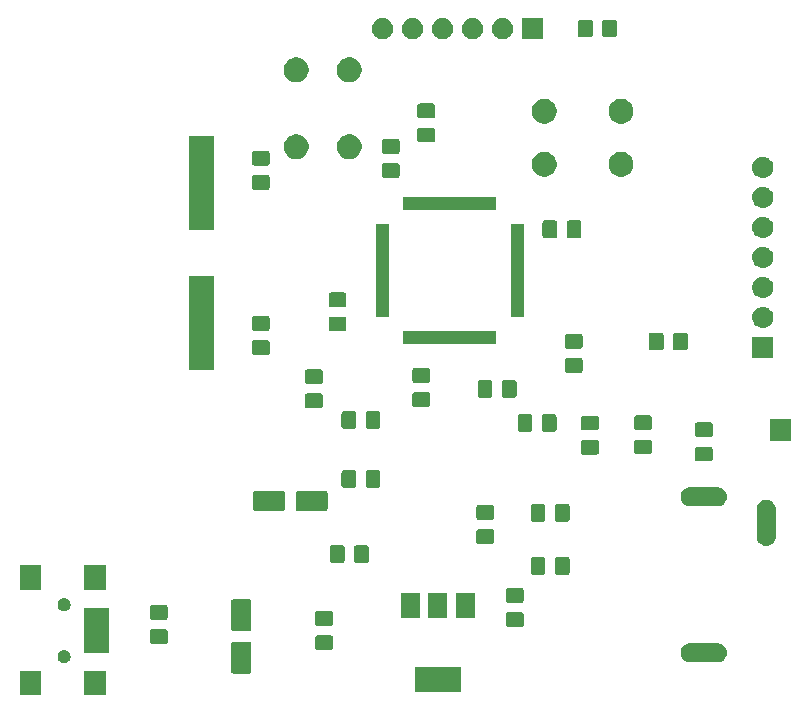
<source format=gbr>
G04 #@! TF.GenerationSoftware,KiCad,Pcbnew,(5.0.2)-1*
G04 #@! TF.CreationDate,2019-02-14T14:33:50+01:00*
G04 #@! TF.ProjectId,Embedded_Spectrum,456d6265-6464-4656-945f-537065637472,rev?*
G04 #@! TF.SameCoordinates,Original*
G04 #@! TF.FileFunction,Soldermask,Top*
G04 #@! TF.FilePolarity,Negative*
%FSLAX46Y46*%
G04 Gerber Fmt 4.6, Leading zero omitted, Abs format (unit mm)*
G04 Created by KiCad (PCBNEW (5.0.2)-1) date 14/02/2019 14:33:50*
%MOMM*%
%LPD*%
G01*
G04 APERTURE LIST*
%ADD10C,0.100000*%
G04 APERTURE END LIST*
D10*
G36*
X85357610Y-133968040D02*
X83555610Y-133968040D01*
X83555610Y-131866040D01*
X85357610Y-131866040D01*
X85357610Y-133968040D01*
X85357610Y-133968040D01*
G37*
G36*
X79907610Y-133968040D02*
X78105610Y-133968040D01*
X78105610Y-131866040D01*
X79907610Y-131866040D01*
X79907610Y-133968040D01*
X79907610Y-133968040D01*
G37*
G36*
X115451000Y-133701000D02*
X111549000Y-133701000D01*
X111549000Y-131599000D01*
X115451000Y-131599000D01*
X115451000Y-133701000D01*
X115451000Y-133701000D01*
G37*
G36*
X97562606Y-129420091D02*
X97596263Y-129430301D01*
X97627277Y-129446878D01*
X97654462Y-129469188D01*
X97676772Y-129496373D01*
X97693349Y-129527387D01*
X97703559Y-129561044D01*
X97707610Y-129602178D01*
X97707610Y-131931902D01*
X97703559Y-131973036D01*
X97693349Y-132006693D01*
X97676772Y-132037707D01*
X97654462Y-132064892D01*
X97627277Y-132087202D01*
X97596263Y-132103779D01*
X97562606Y-132113989D01*
X97521472Y-132118040D01*
X96191748Y-132118040D01*
X96150614Y-132113989D01*
X96116957Y-132103779D01*
X96085943Y-132087202D01*
X96058758Y-132064892D01*
X96036448Y-132037707D01*
X96019871Y-132006693D01*
X96009661Y-131973036D01*
X96005610Y-131931902D01*
X96005610Y-129602178D01*
X96009661Y-129561044D01*
X96019871Y-129527387D01*
X96036448Y-129496373D01*
X96058758Y-129469188D01*
X96085943Y-129446878D01*
X96116957Y-129430301D01*
X96150614Y-129420091D01*
X96191748Y-129416040D01*
X97521472Y-129416040D01*
X97562606Y-129420091D01*
X97562606Y-129420091D01*
G37*
G36*
X82017331Y-130137214D02*
X82117605Y-130178749D01*
X82207855Y-130239052D01*
X82284598Y-130315795D01*
X82344901Y-130406045D01*
X82386436Y-130506319D01*
X82407610Y-130612770D01*
X82407610Y-130721310D01*
X82386436Y-130827761D01*
X82344901Y-130928035D01*
X82284598Y-131018285D01*
X82207855Y-131095028D01*
X82117605Y-131155331D01*
X82017331Y-131196866D01*
X81910880Y-131218040D01*
X81802340Y-131218040D01*
X81695889Y-131196866D01*
X81595615Y-131155331D01*
X81505365Y-131095028D01*
X81428622Y-131018285D01*
X81368319Y-130928035D01*
X81326784Y-130827761D01*
X81305610Y-130721310D01*
X81305610Y-130612770D01*
X81326784Y-130506319D01*
X81368319Y-130406045D01*
X81428622Y-130315795D01*
X81505365Y-130239052D01*
X81595615Y-130178749D01*
X81695889Y-130137214D01*
X81802340Y-130116040D01*
X81910880Y-130116040D01*
X82017331Y-130137214D01*
X82017331Y-130137214D01*
G37*
G36*
X137191356Y-129538322D02*
X137297376Y-129548764D01*
X137399543Y-129579756D01*
X137450628Y-129595252D01*
X137591865Y-129670745D01*
X137715659Y-129772341D01*
X137817255Y-129896135D01*
X137892748Y-130037372D01*
X137903304Y-130072171D01*
X137939236Y-130190624D01*
X137954933Y-130350000D01*
X137939236Y-130509376D01*
X137908244Y-130611543D01*
X137892748Y-130662628D01*
X137817255Y-130803865D01*
X137715659Y-130927659D01*
X137591865Y-131029255D01*
X137450628Y-131104748D01*
X137399543Y-131120244D01*
X137297376Y-131151236D01*
X137217747Y-131159079D01*
X137177934Y-131163000D01*
X134822066Y-131163000D01*
X134782253Y-131159079D01*
X134702624Y-131151236D01*
X134600457Y-131120244D01*
X134549372Y-131104748D01*
X134408135Y-131029255D01*
X134284341Y-130927659D01*
X134182745Y-130803865D01*
X134107252Y-130662628D01*
X134091756Y-130611543D01*
X134060764Y-130509376D01*
X134045067Y-130350000D01*
X134060764Y-130190624D01*
X134096696Y-130072171D01*
X134107252Y-130037372D01*
X134182745Y-129896135D01*
X134284341Y-129772341D01*
X134408135Y-129670745D01*
X134549372Y-129595252D01*
X134600457Y-129579756D01*
X134702624Y-129548764D01*
X134808644Y-129538322D01*
X134822066Y-129537000D01*
X137177934Y-129537000D01*
X137191356Y-129538322D01*
X137191356Y-129538322D01*
G37*
G36*
X85607610Y-130368040D02*
X83505610Y-130368040D01*
X83505610Y-126566040D01*
X85607610Y-126566040D01*
X85607610Y-130368040D01*
X85607610Y-130368040D01*
G37*
G36*
X104445287Y-128870505D02*
X104482974Y-128881938D01*
X104517713Y-128900506D01*
X104548158Y-128925492D01*
X104573144Y-128955937D01*
X104591712Y-128990676D01*
X104603145Y-129028363D01*
X104607610Y-129073701D01*
X104607610Y-129910379D01*
X104603145Y-129955717D01*
X104591712Y-129993404D01*
X104573144Y-130028143D01*
X104548158Y-130058588D01*
X104517713Y-130083574D01*
X104482974Y-130102142D01*
X104445287Y-130113575D01*
X104399949Y-130118040D01*
X103313271Y-130118040D01*
X103267933Y-130113575D01*
X103230246Y-130102142D01*
X103195507Y-130083574D01*
X103165062Y-130058588D01*
X103140076Y-130028143D01*
X103121508Y-129993404D01*
X103110075Y-129955717D01*
X103105610Y-129910379D01*
X103105610Y-129073701D01*
X103110075Y-129028363D01*
X103121508Y-128990676D01*
X103140076Y-128955937D01*
X103165062Y-128925492D01*
X103195507Y-128900506D01*
X103230246Y-128881938D01*
X103267933Y-128870505D01*
X103313271Y-128866040D01*
X104399949Y-128866040D01*
X104445287Y-128870505D01*
X104445287Y-128870505D01*
G37*
G36*
X90445287Y-128370505D02*
X90482974Y-128381938D01*
X90517713Y-128400506D01*
X90548158Y-128425492D01*
X90573144Y-128455937D01*
X90591712Y-128490676D01*
X90603145Y-128528363D01*
X90607610Y-128573701D01*
X90607610Y-129410379D01*
X90603145Y-129455717D01*
X90591712Y-129493404D01*
X90573144Y-129528143D01*
X90548158Y-129558588D01*
X90517713Y-129583574D01*
X90482974Y-129602142D01*
X90445287Y-129613575D01*
X90399949Y-129618040D01*
X89313271Y-129618040D01*
X89267933Y-129613575D01*
X89230246Y-129602142D01*
X89195507Y-129583574D01*
X89165062Y-129558588D01*
X89140076Y-129528143D01*
X89121508Y-129493404D01*
X89110075Y-129455717D01*
X89105610Y-129410379D01*
X89105610Y-128573701D01*
X89110075Y-128528363D01*
X89121508Y-128490676D01*
X89140076Y-128455937D01*
X89165062Y-128425492D01*
X89195507Y-128400506D01*
X89230246Y-128381938D01*
X89267933Y-128370505D01*
X89313271Y-128366040D01*
X90399949Y-128366040D01*
X90445287Y-128370505D01*
X90445287Y-128370505D01*
G37*
G36*
X97562606Y-125820091D02*
X97596263Y-125830301D01*
X97627277Y-125846878D01*
X97654462Y-125869188D01*
X97676772Y-125896373D01*
X97693349Y-125927387D01*
X97703559Y-125961044D01*
X97707610Y-126002178D01*
X97707610Y-128331902D01*
X97703559Y-128373036D01*
X97693349Y-128406693D01*
X97676772Y-128437707D01*
X97654462Y-128464892D01*
X97627277Y-128487202D01*
X97596263Y-128503779D01*
X97562606Y-128513989D01*
X97521472Y-128518040D01*
X96191748Y-128518040D01*
X96150614Y-128513989D01*
X96116957Y-128503779D01*
X96085943Y-128487202D01*
X96058758Y-128464892D01*
X96036448Y-128437707D01*
X96019871Y-128406693D01*
X96009661Y-128373036D01*
X96005610Y-128331902D01*
X96005610Y-126002178D01*
X96009661Y-125961044D01*
X96019871Y-125927387D01*
X96036448Y-125896373D01*
X96058758Y-125869188D01*
X96085943Y-125846878D01*
X96116957Y-125830301D01*
X96150614Y-125820091D01*
X96191748Y-125816040D01*
X97521472Y-125816040D01*
X97562606Y-125820091D01*
X97562606Y-125820091D01*
G37*
G36*
X120588677Y-126928465D02*
X120626364Y-126939898D01*
X120661103Y-126958466D01*
X120691548Y-126983452D01*
X120716534Y-127013897D01*
X120735102Y-127048636D01*
X120746535Y-127086323D01*
X120751000Y-127131661D01*
X120751000Y-127968339D01*
X120746535Y-128013677D01*
X120735102Y-128051364D01*
X120716534Y-128086103D01*
X120691548Y-128116548D01*
X120661103Y-128141534D01*
X120626364Y-128160102D01*
X120588677Y-128171535D01*
X120543339Y-128176000D01*
X119456661Y-128176000D01*
X119411323Y-128171535D01*
X119373636Y-128160102D01*
X119338897Y-128141534D01*
X119308452Y-128116548D01*
X119283466Y-128086103D01*
X119264898Y-128051364D01*
X119253465Y-128013677D01*
X119249000Y-127968339D01*
X119249000Y-127131661D01*
X119253465Y-127086323D01*
X119264898Y-127048636D01*
X119283466Y-127013897D01*
X119308452Y-126983452D01*
X119338897Y-126958466D01*
X119373636Y-126939898D01*
X119411323Y-126928465D01*
X119456661Y-126924000D01*
X120543339Y-126924000D01*
X120588677Y-126928465D01*
X120588677Y-126928465D01*
G37*
G36*
X104445287Y-126820505D02*
X104482974Y-126831938D01*
X104517713Y-126850506D01*
X104548158Y-126875492D01*
X104573144Y-126905937D01*
X104591712Y-126940676D01*
X104603145Y-126978363D01*
X104607610Y-127023701D01*
X104607610Y-127860379D01*
X104603145Y-127905717D01*
X104591712Y-127943404D01*
X104573144Y-127978143D01*
X104548158Y-128008588D01*
X104517713Y-128033574D01*
X104482974Y-128052142D01*
X104445287Y-128063575D01*
X104399949Y-128068040D01*
X103313271Y-128068040D01*
X103267933Y-128063575D01*
X103230246Y-128052142D01*
X103195507Y-128033574D01*
X103165062Y-128008588D01*
X103140076Y-127978143D01*
X103121508Y-127943404D01*
X103110075Y-127905717D01*
X103105610Y-127860379D01*
X103105610Y-127023701D01*
X103110075Y-126978363D01*
X103121508Y-126940676D01*
X103140076Y-126905937D01*
X103165062Y-126875492D01*
X103195507Y-126850506D01*
X103230246Y-126831938D01*
X103267933Y-126820505D01*
X103313271Y-126816040D01*
X104399949Y-126816040D01*
X104445287Y-126820505D01*
X104445287Y-126820505D01*
G37*
G36*
X90445287Y-126320505D02*
X90482974Y-126331938D01*
X90517713Y-126350506D01*
X90548158Y-126375492D01*
X90573144Y-126405937D01*
X90591712Y-126440676D01*
X90603145Y-126478363D01*
X90607610Y-126523701D01*
X90607610Y-127360379D01*
X90603145Y-127405717D01*
X90591712Y-127443404D01*
X90573144Y-127478143D01*
X90548158Y-127508588D01*
X90517713Y-127533574D01*
X90482974Y-127552142D01*
X90445287Y-127563575D01*
X90399949Y-127568040D01*
X89313271Y-127568040D01*
X89267933Y-127563575D01*
X89230246Y-127552142D01*
X89195507Y-127533574D01*
X89165062Y-127508588D01*
X89140076Y-127478143D01*
X89121508Y-127443404D01*
X89110075Y-127405717D01*
X89105610Y-127360379D01*
X89105610Y-126523701D01*
X89110075Y-126478363D01*
X89121508Y-126440676D01*
X89140076Y-126405937D01*
X89165062Y-126375492D01*
X89195507Y-126350506D01*
X89230246Y-126331938D01*
X89267933Y-126320505D01*
X89313271Y-126316040D01*
X90399949Y-126316040D01*
X90445287Y-126320505D01*
X90445287Y-126320505D01*
G37*
G36*
X112001000Y-127401000D02*
X110399000Y-127401000D01*
X110399000Y-125299000D01*
X112001000Y-125299000D01*
X112001000Y-127401000D01*
X112001000Y-127401000D01*
G37*
G36*
X114301000Y-127401000D02*
X112699000Y-127401000D01*
X112699000Y-125299000D01*
X114301000Y-125299000D01*
X114301000Y-127401000D01*
X114301000Y-127401000D01*
G37*
G36*
X116601000Y-127401000D02*
X114999000Y-127401000D01*
X114999000Y-125299000D01*
X116601000Y-125299000D01*
X116601000Y-127401000D01*
X116601000Y-127401000D01*
G37*
G36*
X82017331Y-125737214D02*
X82117605Y-125778749D01*
X82207855Y-125839052D01*
X82284598Y-125915795D01*
X82344901Y-126006045D01*
X82386436Y-126106319D01*
X82407610Y-126212770D01*
X82407610Y-126321310D01*
X82386436Y-126427761D01*
X82344901Y-126528035D01*
X82284598Y-126618285D01*
X82207855Y-126695028D01*
X82117605Y-126755331D01*
X82017331Y-126796866D01*
X81910880Y-126818040D01*
X81802340Y-126818040D01*
X81695889Y-126796866D01*
X81595615Y-126755331D01*
X81505365Y-126695028D01*
X81428622Y-126618285D01*
X81368319Y-126528035D01*
X81326784Y-126427761D01*
X81305610Y-126321310D01*
X81305610Y-126212770D01*
X81326784Y-126106319D01*
X81368319Y-126006045D01*
X81428622Y-125915795D01*
X81505365Y-125839052D01*
X81595615Y-125778749D01*
X81695889Y-125737214D01*
X81802340Y-125716040D01*
X81910880Y-125716040D01*
X82017331Y-125737214D01*
X82017331Y-125737214D01*
G37*
G36*
X120588677Y-124878465D02*
X120626364Y-124889898D01*
X120661103Y-124908466D01*
X120691548Y-124933452D01*
X120716534Y-124963897D01*
X120735102Y-124998636D01*
X120746535Y-125036323D01*
X120751000Y-125081661D01*
X120751000Y-125918339D01*
X120746535Y-125963677D01*
X120735102Y-126001364D01*
X120716534Y-126036103D01*
X120691548Y-126066548D01*
X120661103Y-126091534D01*
X120626364Y-126110102D01*
X120588677Y-126121535D01*
X120543339Y-126126000D01*
X119456661Y-126126000D01*
X119411323Y-126121535D01*
X119373636Y-126110102D01*
X119338897Y-126091534D01*
X119308452Y-126066548D01*
X119283466Y-126036103D01*
X119264898Y-126001364D01*
X119253465Y-125963677D01*
X119249000Y-125918339D01*
X119249000Y-125081661D01*
X119253465Y-125036323D01*
X119264898Y-124998636D01*
X119283466Y-124963897D01*
X119308452Y-124933452D01*
X119338897Y-124908466D01*
X119373636Y-124889898D01*
X119411323Y-124878465D01*
X119456661Y-124874000D01*
X120543339Y-124874000D01*
X120588677Y-124878465D01*
X120588677Y-124878465D01*
G37*
G36*
X79907610Y-125068040D02*
X78105610Y-125068040D01*
X78105610Y-122966040D01*
X79907610Y-122966040D01*
X79907610Y-125068040D01*
X79907610Y-125068040D01*
G37*
G36*
X85357610Y-125068040D02*
X83555610Y-125068040D01*
X83555610Y-122966040D01*
X85357610Y-122966040D01*
X85357610Y-125068040D01*
X85357610Y-125068040D01*
G37*
G36*
X124488677Y-122253465D02*
X124526364Y-122264898D01*
X124561103Y-122283466D01*
X124591548Y-122308452D01*
X124616534Y-122338897D01*
X124635102Y-122373636D01*
X124646535Y-122411323D01*
X124651000Y-122456661D01*
X124651000Y-123543339D01*
X124646535Y-123588677D01*
X124635102Y-123626364D01*
X124616534Y-123661103D01*
X124591548Y-123691548D01*
X124561103Y-123716534D01*
X124526364Y-123735102D01*
X124488677Y-123746535D01*
X124443339Y-123751000D01*
X123606661Y-123751000D01*
X123561323Y-123746535D01*
X123523636Y-123735102D01*
X123488897Y-123716534D01*
X123458452Y-123691548D01*
X123433466Y-123661103D01*
X123414898Y-123626364D01*
X123403465Y-123588677D01*
X123399000Y-123543339D01*
X123399000Y-122456661D01*
X123403465Y-122411323D01*
X123414898Y-122373636D01*
X123433466Y-122338897D01*
X123458452Y-122308452D01*
X123488897Y-122283466D01*
X123523636Y-122264898D01*
X123561323Y-122253465D01*
X123606661Y-122249000D01*
X124443339Y-122249000D01*
X124488677Y-122253465D01*
X124488677Y-122253465D01*
G37*
G36*
X122438677Y-122253465D02*
X122476364Y-122264898D01*
X122511103Y-122283466D01*
X122541548Y-122308452D01*
X122566534Y-122338897D01*
X122585102Y-122373636D01*
X122596535Y-122411323D01*
X122601000Y-122456661D01*
X122601000Y-123543339D01*
X122596535Y-123588677D01*
X122585102Y-123626364D01*
X122566534Y-123661103D01*
X122541548Y-123691548D01*
X122511103Y-123716534D01*
X122476364Y-123735102D01*
X122438677Y-123746535D01*
X122393339Y-123751000D01*
X121556661Y-123751000D01*
X121511323Y-123746535D01*
X121473636Y-123735102D01*
X121438897Y-123716534D01*
X121408452Y-123691548D01*
X121383466Y-123661103D01*
X121364898Y-123626364D01*
X121353465Y-123588677D01*
X121349000Y-123543339D01*
X121349000Y-122456661D01*
X121353465Y-122411323D01*
X121364898Y-122373636D01*
X121383466Y-122338897D01*
X121408452Y-122308452D01*
X121438897Y-122283466D01*
X121473636Y-122264898D01*
X121511323Y-122253465D01*
X121556661Y-122249000D01*
X122393339Y-122249000D01*
X122438677Y-122253465D01*
X122438677Y-122253465D01*
G37*
G36*
X105438677Y-121253465D02*
X105476364Y-121264898D01*
X105511103Y-121283466D01*
X105541548Y-121308452D01*
X105566534Y-121338897D01*
X105585102Y-121373636D01*
X105596535Y-121411323D01*
X105601000Y-121456661D01*
X105601000Y-122543339D01*
X105596535Y-122588677D01*
X105585102Y-122626364D01*
X105566534Y-122661103D01*
X105541548Y-122691548D01*
X105511103Y-122716534D01*
X105476364Y-122735102D01*
X105438677Y-122746535D01*
X105393339Y-122751000D01*
X104556661Y-122751000D01*
X104511323Y-122746535D01*
X104473636Y-122735102D01*
X104438897Y-122716534D01*
X104408452Y-122691548D01*
X104383466Y-122661103D01*
X104364898Y-122626364D01*
X104353465Y-122588677D01*
X104349000Y-122543339D01*
X104349000Y-121456661D01*
X104353465Y-121411323D01*
X104364898Y-121373636D01*
X104383466Y-121338897D01*
X104408452Y-121308452D01*
X104438897Y-121283466D01*
X104473636Y-121264898D01*
X104511323Y-121253465D01*
X104556661Y-121249000D01*
X105393339Y-121249000D01*
X105438677Y-121253465D01*
X105438677Y-121253465D01*
G37*
G36*
X107488677Y-121253465D02*
X107526364Y-121264898D01*
X107561103Y-121283466D01*
X107591548Y-121308452D01*
X107616534Y-121338897D01*
X107635102Y-121373636D01*
X107646535Y-121411323D01*
X107651000Y-121456661D01*
X107651000Y-122543339D01*
X107646535Y-122588677D01*
X107635102Y-122626364D01*
X107616534Y-122661103D01*
X107591548Y-122691548D01*
X107561103Y-122716534D01*
X107526364Y-122735102D01*
X107488677Y-122746535D01*
X107443339Y-122751000D01*
X106606661Y-122751000D01*
X106561323Y-122746535D01*
X106523636Y-122735102D01*
X106488897Y-122716534D01*
X106458452Y-122691548D01*
X106433466Y-122661103D01*
X106414898Y-122626364D01*
X106403465Y-122588677D01*
X106399000Y-122543339D01*
X106399000Y-121456661D01*
X106403465Y-121411323D01*
X106414898Y-121373636D01*
X106433466Y-121338897D01*
X106458452Y-121308452D01*
X106488897Y-121283466D01*
X106523636Y-121264898D01*
X106561323Y-121253465D01*
X106606661Y-121249000D01*
X107443339Y-121249000D01*
X107488677Y-121253465D01*
X107488677Y-121253465D01*
G37*
G36*
X141459375Y-117410764D02*
X141561542Y-117441756D01*
X141612627Y-117457252D01*
X141688120Y-117497605D01*
X141753863Y-117532745D01*
X141753865Y-117532746D01*
X141753864Y-117532746D01*
X141877659Y-117634341D01*
X141979255Y-117758135D01*
X142054748Y-117899372D01*
X142057502Y-117908452D01*
X142101236Y-118052624D01*
X142113000Y-118172067D01*
X142113000Y-120527933D01*
X142101236Y-120647376D01*
X142070244Y-120749543D01*
X142054748Y-120800628D01*
X141979255Y-120941865D01*
X141877659Y-121065659D01*
X141753865Y-121167255D01*
X141612628Y-121242748D01*
X141592017Y-121249000D01*
X141459376Y-121289236D01*
X141300000Y-121304933D01*
X141140625Y-121289236D01*
X141007984Y-121249000D01*
X140987373Y-121242748D01*
X140846136Y-121167255D01*
X140722342Y-121065659D01*
X140620746Y-120941865D01*
X140545253Y-120800628D01*
X140529757Y-120749543D01*
X140498765Y-120647376D01*
X140487001Y-120527933D01*
X140487000Y-118172068D01*
X140498764Y-118052625D01*
X140545252Y-117899374D01*
X140545252Y-117899373D01*
X140601111Y-117794869D01*
X140620745Y-117758137D01*
X140722341Y-117634341D01*
X140759477Y-117603864D01*
X140846135Y-117532745D01*
X140987372Y-117457252D01*
X141038457Y-117441756D01*
X141140624Y-117410764D01*
X141300000Y-117395067D01*
X141459375Y-117410764D01*
X141459375Y-117410764D01*
G37*
G36*
X118088677Y-119903465D02*
X118126364Y-119914898D01*
X118161103Y-119933466D01*
X118191548Y-119958452D01*
X118216534Y-119988897D01*
X118235102Y-120023636D01*
X118246535Y-120061323D01*
X118251000Y-120106661D01*
X118251000Y-120943339D01*
X118246535Y-120988677D01*
X118235102Y-121026364D01*
X118216534Y-121061103D01*
X118191548Y-121091548D01*
X118161103Y-121116534D01*
X118126364Y-121135102D01*
X118088677Y-121146535D01*
X118043339Y-121151000D01*
X116956661Y-121151000D01*
X116911323Y-121146535D01*
X116873636Y-121135102D01*
X116838897Y-121116534D01*
X116808452Y-121091548D01*
X116783466Y-121061103D01*
X116764898Y-121026364D01*
X116753465Y-120988677D01*
X116749000Y-120943339D01*
X116749000Y-120106661D01*
X116753465Y-120061323D01*
X116764898Y-120023636D01*
X116783466Y-119988897D01*
X116808452Y-119958452D01*
X116838897Y-119933466D01*
X116873636Y-119914898D01*
X116911323Y-119903465D01*
X116956661Y-119899000D01*
X118043339Y-119899000D01*
X118088677Y-119903465D01*
X118088677Y-119903465D01*
G37*
G36*
X124488677Y-117753465D02*
X124526364Y-117764898D01*
X124561103Y-117783466D01*
X124591548Y-117808452D01*
X124616534Y-117838897D01*
X124635102Y-117873636D01*
X124646535Y-117911323D01*
X124651000Y-117956661D01*
X124651000Y-119043339D01*
X124646535Y-119088677D01*
X124635102Y-119126364D01*
X124616534Y-119161103D01*
X124591548Y-119191548D01*
X124561103Y-119216534D01*
X124526364Y-119235102D01*
X124488677Y-119246535D01*
X124443339Y-119251000D01*
X123606661Y-119251000D01*
X123561323Y-119246535D01*
X123523636Y-119235102D01*
X123488897Y-119216534D01*
X123458452Y-119191548D01*
X123433466Y-119161103D01*
X123414898Y-119126364D01*
X123403465Y-119088677D01*
X123399000Y-119043339D01*
X123399000Y-117956661D01*
X123403465Y-117911323D01*
X123414898Y-117873636D01*
X123433466Y-117838897D01*
X123458452Y-117808452D01*
X123488897Y-117783466D01*
X123523636Y-117764898D01*
X123561323Y-117753465D01*
X123606661Y-117749000D01*
X124443339Y-117749000D01*
X124488677Y-117753465D01*
X124488677Y-117753465D01*
G37*
G36*
X122438677Y-117753465D02*
X122476364Y-117764898D01*
X122511103Y-117783466D01*
X122541548Y-117808452D01*
X122566534Y-117838897D01*
X122585102Y-117873636D01*
X122596535Y-117911323D01*
X122601000Y-117956661D01*
X122601000Y-119043339D01*
X122596535Y-119088677D01*
X122585102Y-119126364D01*
X122566534Y-119161103D01*
X122541548Y-119191548D01*
X122511103Y-119216534D01*
X122476364Y-119235102D01*
X122438677Y-119246535D01*
X122393339Y-119251000D01*
X121556661Y-119251000D01*
X121511323Y-119246535D01*
X121473636Y-119235102D01*
X121438897Y-119216534D01*
X121408452Y-119191548D01*
X121383466Y-119161103D01*
X121364898Y-119126364D01*
X121353465Y-119088677D01*
X121349000Y-119043339D01*
X121349000Y-117956661D01*
X121353465Y-117911323D01*
X121364898Y-117873636D01*
X121383466Y-117838897D01*
X121408452Y-117808452D01*
X121438897Y-117783466D01*
X121473636Y-117764898D01*
X121511323Y-117753465D01*
X121556661Y-117749000D01*
X122393339Y-117749000D01*
X122438677Y-117753465D01*
X122438677Y-117753465D01*
G37*
G36*
X118088677Y-117853465D02*
X118126364Y-117864898D01*
X118161103Y-117883466D01*
X118191548Y-117908452D01*
X118216534Y-117938897D01*
X118235102Y-117973636D01*
X118246535Y-118011323D01*
X118251000Y-118056661D01*
X118251000Y-118893339D01*
X118246535Y-118938677D01*
X118235102Y-118976364D01*
X118216534Y-119011103D01*
X118191548Y-119041548D01*
X118161103Y-119066534D01*
X118126364Y-119085102D01*
X118088677Y-119096535D01*
X118043339Y-119101000D01*
X116956661Y-119101000D01*
X116911323Y-119096535D01*
X116873636Y-119085102D01*
X116838897Y-119066534D01*
X116808452Y-119041548D01*
X116783466Y-119011103D01*
X116764898Y-118976364D01*
X116753465Y-118938677D01*
X116749000Y-118893339D01*
X116749000Y-118056661D01*
X116753465Y-118011323D01*
X116764898Y-117973636D01*
X116783466Y-117938897D01*
X116808452Y-117908452D01*
X116838897Y-117883466D01*
X116873636Y-117864898D01*
X116911323Y-117853465D01*
X116956661Y-117849000D01*
X118043339Y-117849000D01*
X118088677Y-117853465D01*
X118088677Y-117853465D01*
G37*
G36*
X104005996Y-116653051D02*
X104039653Y-116663261D01*
X104070667Y-116679838D01*
X104097852Y-116702148D01*
X104120162Y-116729333D01*
X104136739Y-116760347D01*
X104146949Y-116794004D01*
X104151000Y-116835138D01*
X104151000Y-118164862D01*
X104146949Y-118205996D01*
X104136739Y-118239653D01*
X104120162Y-118270667D01*
X104097852Y-118297852D01*
X104070667Y-118320162D01*
X104039653Y-118336739D01*
X104005996Y-118346949D01*
X103964862Y-118351000D01*
X101635138Y-118351000D01*
X101594004Y-118346949D01*
X101560347Y-118336739D01*
X101529333Y-118320162D01*
X101502148Y-118297852D01*
X101479838Y-118270667D01*
X101463261Y-118239653D01*
X101453051Y-118205996D01*
X101449000Y-118164862D01*
X101449000Y-116835138D01*
X101453051Y-116794004D01*
X101463261Y-116760347D01*
X101479838Y-116729333D01*
X101502148Y-116702148D01*
X101529333Y-116679838D01*
X101560347Y-116663261D01*
X101594004Y-116653051D01*
X101635138Y-116649000D01*
X103964862Y-116649000D01*
X104005996Y-116653051D01*
X104005996Y-116653051D01*
G37*
G36*
X100405996Y-116653051D02*
X100439653Y-116663261D01*
X100470667Y-116679838D01*
X100497852Y-116702148D01*
X100520162Y-116729333D01*
X100536739Y-116760347D01*
X100546949Y-116794004D01*
X100551000Y-116835138D01*
X100551000Y-118164862D01*
X100546949Y-118205996D01*
X100536739Y-118239653D01*
X100520162Y-118270667D01*
X100497852Y-118297852D01*
X100470667Y-118320162D01*
X100439653Y-118336739D01*
X100405996Y-118346949D01*
X100364862Y-118351000D01*
X98035138Y-118351000D01*
X97994004Y-118346949D01*
X97960347Y-118336739D01*
X97929333Y-118320162D01*
X97902148Y-118297852D01*
X97879838Y-118270667D01*
X97863261Y-118239653D01*
X97853051Y-118205996D01*
X97849000Y-118164862D01*
X97849000Y-116835138D01*
X97853051Y-116794004D01*
X97863261Y-116760347D01*
X97879838Y-116729333D01*
X97902148Y-116702148D01*
X97929333Y-116679838D01*
X97960347Y-116663261D01*
X97994004Y-116653051D01*
X98035138Y-116649000D01*
X100364862Y-116649000D01*
X100405996Y-116653051D01*
X100405996Y-116653051D01*
G37*
G36*
X137217747Y-116340921D02*
X137297376Y-116348764D01*
X137387873Y-116376216D01*
X137450628Y-116395252D01*
X137591865Y-116470745D01*
X137715659Y-116572341D01*
X137817255Y-116696135D01*
X137892748Y-116837372D01*
X137892748Y-116837373D01*
X137939236Y-116990624D01*
X137954933Y-117150000D01*
X137939236Y-117309376D01*
X137913242Y-117395067D01*
X137892748Y-117462628D01*
X137817255Y-117603865D01*
X137715659Y-117727659D01*
X137591865Y-117829255D01*
X137450628Y-117904748D01*
X137399543Y-117920244D01*
X137297376Y-117951236D01*
X137217747Y-117959079D01*
X137177934Y-117963000D01*
X134822066Y-117963000D01*
X134782253Y-117959079D01*
X134702624Y-117951236D01*
X134600457Y-117920244D01*
X134549372Y-117904748D01*
X134408135Y-117829255D01*
X134284341Y-117727659D01*
X134182745Y-117603865D01*
X134107252Y-117462628D01*
X134086758Y-117395067D01*
X134060764Y-117309376D01*
X134045067Y-117150000D01*
X134060764Y-116990624D01*
X134107252Y-116837373D01*
X134107252Y-116837372D01*
X134182745Y-116696135D01*
X134284341Y-116572341D01*
X134408135Y-116470745D01*
X134549372Y-116395252D01*
X134612127Y-116376216D01*
X134702624Y-116348764D01*
X134782253Y-116340921D01*
X134822066Y-116337000D01*
X137177934Y-116337000D01*
X137217747Y-116340921D01*
X137217747Y-116340921D01*
G37*
G36*
X108472645Y-114894579D02*
X108510332Y-114906012D01*
X108545071Y-114924580D01*
X108575516Y-114949566D01*
X108600502Y-114980011D01*
X108619070Y-115014750D01*
X108630503Y-115052437D01*
X108634968Y-115097775D01*
X108634968Y-116184453D01*
X108630503Y-116229791D01*
X108619070Y-116267478D01*
X108600502Y-116302217D01*
X108575516Y-116332662D01*
X108545071Y-116357648D01*
X108510332Y-116376216D01*
X108472645Y-116387649D01*
X108427307Y-116392114D01*
X107590629Y-116392114D01*
X107545291Y-116387649D01*
X107507604Y-116376216D01*
X107472865Y-116357648D01*
X107442420Y-116332662D01*
X107417434Y-116302217D01*
X107398866Y-116267478D01*
X107387433Y-116229791D01*
X107382968Y-116184453D01*
X107382968Y-115097775D01*
X107387433Y-115052437D01*
X107398866Y-115014750D01*
X107417434Y-114980011D01*
X107442420Y-114949566D01*
X107472865Y-114924580D01*
X107507604Y-114906012D01*
X107545291Y-114894579D01*
X107590629Y-114890114D01*
X108427307Y-114890114D01*
X108472645Y-114894579D01*
X108472645Y-114894579D01*
G37*
G36*
X106422645Y-114894579D02*
X106460332Y-114906012D01*
X106495071Y-114924580D01*
X106525516Y-114949566D01*
X106550502Y-114980011D01*
X106569070Y-115014750D01*
X106580503Y-115052437D01*
X106584968Y-115097775D01*
X106584968Y-116184453D01*
X106580503Y-116229791D01*
X106569070Y-116267478D01*
X106550502Y-116302217D01*
X106525516Y-116332662D01*
X106495071Y-116357648D01*
X106460332Y-116376216D01*
X106422645Y-116387649D01*
X106377307Y-116392114D01*
X105540629Y-116392114D01*
X105495291Y-116387649D01*
X105457604Y-116376216D01*
X105422865Y-116357648D01*
X105392420Y-116332662D01*
X105367434Y-116302217D01*
X105348866Y-116267478D01*
X105337433Y-116229791D01*
X105332968Y-116184453D01*
X105332968Y-115097775D01*
X105337433Y-115052437D01*
X105348866Y-115014750D01*
X105367434Y-114980011D01*
X105392420Y-114949566D01*
X105422865Y-114924580D01*
X105457604Y-114906012D01*
X105495291Y-114894579D01*
X105540629Y-114890114D01*
X106377307Y-114890114D01*
X106422645Y-114894579D01*
X106422645Y-114894579D01*
G37*
G36*
X136588677Y-112903465D02*
X136626364Y-112914898D01*
X136661103Y-112933466D01*
X136691548Y-112958452D01*
X136716534Y-112988897D01*
X136735102Y-113023636D01*
X136746535Y-113061323D01*
X136751000Y-113106661D01*
X136751000Y-113943339D01*
X136746535Y-113988677D01*
X136735102Y-114026364D01*
X136716534Y-114061103D01*
X136691548Y-114091548D01*
X136661103Y-114116534D01*
X136626364Y-114135102D01*
X136588677Y-114146535D01*
X136543339Y-114151000D01*
X135456661Y-114151000D01*
X135411323Y-114146535D01*
X135373636Y-114135102D01*
X135338897Y-114116534D01*
X135308452Y-114091548D01*
X135283466Y-114061103D01*
X135264898Y-114026364D01*
X135253465Y-113988677D01*
X135249000Y-113943339D01*
X135249000Y-113106661D01*
X135253465Y-113061323D01*
X135264898Y-113023636D01*
X135283466Y-112988897D01*
X135308452Y-112958452D01*
X135338897Y-112933466D01*
X135373636Y-112914898D01*
X135411323Y-112903465D01*
X135456661Y-112899000D01*
X136543339Y-112899000D01*
X136588677Y-112903465D01*
X136588677Y-112903465D01*
G37*
G36*
X126951343Y-112330909D02*
X126989030Y-112342342D01*
X127023769Y-112360910D01*
X127054214Y-112385896D01*
X127079200Y-112416341D01*
X127097768Y-112451080D01*
X127109201Y-112488767D01*
X127113666Y-112534105D01*
X127113666Y-113370783D01*
X127109201Y-113416121D01*
X127097768Y-113453808D01*
X127079200Y-113488547D01*
X127054214Y-113518992D01*
X127023769Y-113543978D01*
X126989030Y-113562546D01*
X126951343Y-113573979D01*
X126906005Y-113578444D01*
X125819327Y-113578444D01*
X125773989Y-113573979D01*
X125736302Y-113562546D01*
X125701563Y-113543978D01*
X125671118Y-113518992D01*
X125646132Y-113488547D01*
X125627564Y-113453808D01*
X125616131Y-113416121D01*
X125611666Y-113370783D01*
X125611666Y-112534105D01*
X125616131Y-112488767D01*
X125627564Y-112451080D01*
X125646132Y-112416341D01*
X125671118Y-112385896D01*
X125701563Y-112360910D01*
X125736302Y-112342342D01*
X125773989Y-112330909D01*
X125819327Y-112326444D01*
X126906005Y-112326444D01*
X126951343Y-112330909D01*
X126951343Y-112330909D01*
G37*
G36*
X131451343Y-112305909D02*
X131489030Y-112317342D01*
X131523769Y-112335910D01*
X131554214Y-112360896D01*
X131579200Y-112391341D01*
X131597768Y-112426080D01*
X131609201Y-112463767D01*
X131613666Y-112509105D01*
X131613666Y-113345783D01*
X131609201Y-113391121D01*
X131597768Y-113428808D01*
X131579200Y-113463547D01*
X131554214Y-113493992D01*
X131523769Y-113518978D01*
X131489030Y-113537546D01*
X131451343Y-113548979D01*
X131406005Y-113553444D01*
X130319327Y-113553444D01*
X130273989Y-113548979D01*
X130236302Y-113537546D01*
X130201563Y-113518978D01*
X130171118Y-113493992D01*
X130146132Y-113463547D01*
X130127564Y-113428808D01*
X130116131Y-113391121D01*
X130111666Y-113345783D01*
X130111666Y-112509105D01*
X130116131Y-112463767D01*
X130127564Y-112426080D01*
X130146132Y-112391341D01*
X130171118Y-112360896D01*
X130201563Y-112335910D01*
X130236302Y-112317342D01*
X130273989Y-112305909D01*
X130319327Y-112301444D01*
X131406005Y-112301444D01*
X131451343Y-112305909D01*
X131451343Y-112305909D01*
G37*
G36*
X143401000Y-112401000D02*
X141599000Y-112401000D01*
X141599000Y-110599000D01*
X143401000Y-110599000D01*
X143401000Y-112401000D01*
X143401000Y-112401000D01*
G37*
G36*
X136588677Y-110853465D02*
X136626364Y-110864898D01*
X136661103Y-110883466D01*
X136691548Y-110908452D01*
X136716534Y-110938897D01*
X136735102Y-110973636D01*
X136746535Y-111011323D01*
X136751000Y-111056661D01*
X136751000Y-111893339D01*
X136746535Y-111938677D01*
X136735102Y-111976364D01*
X136716534Y-112011103D01*
X136691548Y-112041548D01*
X136661103Y-112066534D01*
X136626364Y-112085102D01*
X136588677Y-112096535D01*
X136543339Y-112101000D01*
X135456661Y-112101000D01*
X135411323Y-112096535D01*
X135373636Y-112085102D01*
X135338897Y-112066534D01*
X135308452Y-112041548D01*
X135283466Y-112011103D01*
X135264898Y-111976364D01*
X135253465Y-111938677D01*
X135249000Y-111893339D01*
X135249000Y-111056661D01*
X135253465Y-111011323D01*
X135264898Y-110973636D01*
X135283466Y-110938897D01*
X135308452Y-110908452D01*
X135338897Y-110883466D01*
X135373636Y-110864898D01*
X135411323Y-110853465D01*
X135456661Y-110849000D01*
X136543339Y-110849000D01*
X136588677Y-110853465D01*
X136588677Y-110853465D01*
G37*
G36*
X121326343Y-110155909D02*
X121364030Y-110167342D01*
X121398769Y-110185910D01*
X121429214Y-110210896D01*
X121454200Y-110241341D01*
X121472768Y-110276080D01*
X121484201Y-110313767D01*
X121488666Y-110359105D01*
X121488666Y-111445783D01*
X121484201Y-111491121D01*
X121472768Y-111528808D01*
X121454200Y-111563547D01*
X121429214Y-111593992D01*
X121398769Y-111618978D01*
X121364030Y-111637546D01*
X121326343Y-111648979D01*
X121281005Y-111653444D01*
X120444327Y-111653444D01*
X120398989Y-111648979D01*
X120361302Y-111637546D01*
X120326563Y-111618978D01*
X120296118Y-111593992D01*
X120271132Y-111563547D01*
X120252564Y-111528808D01*
X120241131Y-111491121D01*
X120236666Y-111445783D01*
X120236666Y-110359105D01*
X120241131Y-110313767D01*
X120252564Y-110276080D01*
X120271132Y-110241341D01*
X120296118Y-110210896D01*
X120326563Y-110185910D01*
X120361302Y-110167342D01*
X120398989Y-110155909D01*
X120444327Y-110151444D01*
X121281005Y-110151444D01*
X121326343Y-110155909D01*
X121326343Y-110155909D01*
G37*
G36*
X123376343Y-110155909D02*
X123414030Y-110167342D01*
X123448769Y-110185910D01*
X123479214Y-110210896D01*
X123504200Y-110241341D01*
X123522768Y-110276080D01*
X123534201Y-110313767D01*
X123538666Y-110359105D01*
X123538666Y-111445783D01*
X123534201Y-111491121D01*
X123522768Y-111528808D01*
X123504200Y-111563547D01*
X123479214Y-111593992D01*
X123448769Y-111618978D01*
X123414030Y-111637546D01*
X123376343Y-111648979D01*
X123331005Y-111653444D01*
X122494327Y-111653444D01*
X122448989Y-111648979D01*
X122411302Y-111637546D01*
X122376563Y-111618978D01*
X122346118Y-111593992D01*
X122321132Y-111563547D01*
X122302564Y-111528808D01*
X122291131Y-111491121D01*
X122286666Y-111445783D01*
X122286666Y-110359105D01*
X122291131Y-110313767D01*
X122302564Y-110276080D01*
X122321132Y-110241341D01*
X122346118Y-110210896D01*
X122376563Y-110185910D01*
X122411302Y-110167342D01*
X122448989Y-110155909D01*
X122494327Y-110151444D01*
X123331005Y-110151444D01*
X123376343Y-110155909D01*
X123376343Y-110155909D01*
G37*
G36*
X126951343Y-110280909D02*
X126989030Y-110292342D01*
X127023769Y-110310910D01*
X127054214Y-110335896D01*
X127079200Y-110366341D01*
X127097768Y-110401080D01*
X127109201Y-110438767D01*
X127113666Y-110484105D01*
X127113666Y-111320783D01*
X127109201Y-111366121D01*
X127097768Y-111403808D01*
X127079200Y-111438547D01*
X127054214Y-111468992D01*
X127023769Y-111493978D01*
X126989030Y-111512546D01*
X126951343Y-111523979D01*
X126906005Y-111528444D01*
X125819327Y-111528444D01*
X125773989Y-111523979D01*
X125736302Y-111512546D01*
X125701563Y-111493978D01*
X125671118Y-111468992D01*
X125646132Y-111438547D01*
X125627564Y-111403808D01*
X125616131Y-111366121D01*
X125611666Y-111320783D01*
X125611666Y-110484105D01*
X125616131Y-110438767D01*
X125627564Y-110401080D01*
X125646132Y-110366341D01*
X125671118Y-110335896D01*
X125701563Y-110310910D01*
X125736302Y-110292342D01*
X125773989Y-110280909D01*
X125819327Y-110276444D01*
X126906005Y-110276444D01*
X126951343Y-110280909D01*
X126951343Y-110280909D01*
G37*
G36*
X131451343Y-110255909D02*
X131489030Y-110267342D01*
X131523769Y-110285910D01*
X131554214Y-110310896D01*
X131579200Y-110341341D01*
X131597768Y-110376080D01*
X131609201Y-110413767D01*
X131613666Y-110459105D01*
X131613666Y-111295783D01*
X131609201Y-111341121D01*
X131597768Y-111378808D01*
X131579200Y-111413547D01*
X131554214Y-111443992D01*
X131523769Y-111468978D01*
X131489030Y-111487546D01*
X131451343Y-111498979D01*
X131406005Y-111503444D01*
X130319327Y-111503444D01*
X130273989Y-111498979D01*
X130236302Y-111487546D01*
X130201563Y-111468978D01*
X130171118Y-111443992D01*
X130146132Y-111413547D01*
X130127564Y-111378808D01*
X130116131Y-111341121D01*
X130111666Y-111295783D01*
X130111666Y-110459105D01*
X130116131Y-110413767D01*
X130127564Y-110376080D01*
X130146132Y-110341341D01*
X130171118Y-110310896D01*
X130201563Y-110285910D01*
X130236302Y-110267342D01*
X130273989Y-110255909D01*
X130319327Y-110251444D01*
X131406005Y-110251444D01*
X131451343Y-110255909D01*
X131451343Y-110255909D01*
G37*
G36*
X106422645Y-109894579D02*
X106460332Y-109906012D01*
X106495071Y-109924580D01*
X106525516Y-109949566D01*
X106550502Y-109980011D01*
X106569070Y-110014750D01*
X106580503Y-110052437D01*
X106584968Y-110097775D01*
X106584968Y-111184453D01*
X106580503Y-111229791D01*
X106569070Y-111267478D01*
X106550502Y-111302217D01*
X106525516Y-111332662D01*
X106495071Y-111357648D01*
X106460332Y-111376216D01*
X106422645Y-111387649D01*
X106377307Y-111392114D01*
X105540629Y-111392114D01*
X105495291Y-111387649D01*
X105457604Y-111376216D01*
X105422865Y-111357648D01*
X105392420Y-111332662D01*
X105367434Y-111302217D01*
X105348866Y-111267478D01*
X105337433Y-111229791D01*
X105332968Y-111184453D01*
X105332968Y-110097775D01*
X105337433Y-110052437D01*
X105348866Y-110014750D01*
X105367434Y-109980011D01*
X105392420Y-109949566D01*
X105422865Y-109924580D01*
X105457604Y-109906012D01*
X105495291Y-109894579D01*
X105540629Y-109890114D01*
X106377307Y-109890114D01*
X106422645Y-109894579D01*
X106422645Y-109894579D01*
G37*
G36*
X108472645Y-109894579D02*
X108510332Y-109906012D01*
X108545071Y-109924580D01*
X108575516Y-109949566D01*
X108600502Y-109980011D01*
X108619070Y-110014750D01*
X108630503Y-110052437D01*
X108634968Y-110097775D01*
X108634968Y-111184453D01*
X108630503Y-111229791D01*
X108619070Y-111267478D01*
X108600502Y-111302217D01*
X108575516Y-111332662D01*
X108545071Y-111357648D01*
X108510332Y-111376216D01*
X108472645Y-111387649D01*
X108427307Y-111392114D01*
X107590629Y-111392114D01*
X107545291Y-111387649D01*
X107507604Y-111376216D01*
X107472865Y-111357648D01*
X107442420Y-111332662D01*
X107417434Y-111302217D01*
X107398866Y-111267478D01*
X107387433Y-111229791D01*
X107382968Y-111184453D01*
X107382968Y-110097775D01*
X107387433Y-110052437D01*
X107398866Y-110014750D01*
X107417434Y-109980011D01*
X107442420Y-109949566D01*
X107472865Y-109924580D01*
X107507604Y-109906012D01*
X107545291Y-109894579D01*
X107590629Y-109890114D01*
X108427307Y-109890114D01*
X108472645Y-109894579D01*
X108472645Y-109894579D01*
G37*
G36*
X103588677Y-108403465D02*
X103626364Y-108414898D01*
X103661103Y-108433466D01*
X103691548Y-108458452D01*
X103716534Y-108488897D01*
X103735102Y-108523636D01*
X103746535Y-108561323D01*
X103751000Y-108606661D01*
X103751000Y-109443339D01*
X103746535Y-109488677D01*
X103735102Y-109526364D01*
X103716534Y-109561103D01*
X103691548Y-109591548D01*
X103661103Y-109616534D01*
X103626364Y-109635102D01*
X103588677Y-109646535D01*
X103543339Y-109651000D01*
X102456661Y-109651000D01*
X102411323Y-109646535D01*
X102373636Y-109635102D01*
X102338897Y-109616534D01*
X102308452Y-109591548D01*
X102283466Y-109561103D01*
X102264898Y-109526364D01*
X102253465Y-109488677D01*
X102249000Y-109443339D01*
X102249000Y-108606661D01*
X102253465Y-108561323D01*
X102264898Y-108523636D01*
X102283466Y-108488897D01*
X102308452Y-108458452D01*
X102338897Y-108433466D01*
X102373636Y-108414898D01*
X102411323Y-108403465D01*
X102456661Y-108399000D01*
X103543339Y-108399000D01*
X103588677Y-108403465D01*
X103588677Y-108403465D01*
G37*
G36*
X112673321Y-108298817D02*
X112711008Y-108310250D01*
X112745747Y-108328818D01*
X112776192Y-108353804D01*
X112801178Y-108384249D01*
X112819746Y-108418988D01*
X112831179Y-108456675D01*
X112835644Y-108502013D01*
X112835644Y-109338691D01*
X112831179Y-109384029D01*
X112819746Y-109421716D01*
X112801178Y-109456455D01*
X112776192Y-109486900D01*
X112745747Y-109511886D01*
X112711008Y-109530454D01*
X112673321Y-109541887D01*
X112627983Y-109546352D01*
X111541305Y-109546352D01*
X111495967Y-109541887D01*
X111458280Y-109530454D01*
X111423541Y-109511886D01*
X111393096Y-109486900D01*
X111368110Y-109456455D01*
X111349542Y-109421716D01*
X111338109Y-109384029D01*
X111333644Y-109338691D01*
X111333644Y-108502013D01*
X111338109Y-108456675D01*
X111349542Y-108418988D01*
X111368110Y-108384249D01*
X111393096Y-108353804D01*
X111423541Y-108328818D01*
X111458280Y-108310250D01*
X111495967Y-108298817D01*
X111541305Y-108294352D01*
X112627983Y-108294352D01*
X112673321Y-108298817D01*
X112673321Y-108298817D01*
G37*
G36*
X119988677Y-107253465D02*
X120026364Y-107264898D01*
X120061103Y-107283466D01*
X120091548Y-107308452D01*
X120116534Y-107338897D01*
X120135102Y-107373636D01*
X120146535Y-107411323D01*
X120151000Y-107456661D01*
X120151000Y-108543339D01*
X120146535Y-108588677D01*
X120135102Y-108626364D01*
X120116534Y-108661103D01*
X120091548Y-108691548D01*
X120061103Y-108716534D01*
X120026364Y-108735102D01*
X119988677Y-108746535D01*
X119943339Y-108751000D01*
X119106661Y-108751000D01*
X119061323Y-108746535D01*
X119023636Y-108735102D01*
X118988897Y-108716534D01*
X118958452Y-108691548D01*
X118933466Y-108661103D01*
X118914898Y-108626364D01*
X118903465Y-108588677D01*
X118899000Y-108543339D01*
X118899000Y-107456661D01*
X118903465Y-107411323D01*
X118914898Y-107373636D01*
X118933466Y-107338897D01*
X118958452Y-107308452D01*
X118988897Y-107283466D01*
X119023636Y-107264898D01*
X119061323Y-107253465D01*
X119106661Y-107249000D01*
X119943339Y-107249000D01*
X119988677Y-107253465D01*
X119988677Y-107253465D01*
G37*
G36*
X117938677Y-107253465D02*
X117976364Y-107264898D01*
X118011103Y-107283466D01*
X118041548Y-107308452D01*
X118066534Y-107338897D01*
X118085102Y-107373636D01*
X118096535Y-107411323D01*
X118101000Y-107456661D01*
X118101000Y-108543339D01*
X118096535Y-108588677D01*
X118085102Y-108626364D01*
X118066534Y-108661103D01*
X118041548Y-108691548D01*
X118011103Y-108716534D01*
X117976364Y-108735102D01*
X117938677Y-108746535D01*
X117893339Y-108751000D01*
X117056661Y-108751000D01*
X117011323Y-108746535D01*
X116973636Y-108735102D01*
X116938897Y-108716534D01*
X116908452Y-108691548D01*
X116883466Y-108661103D01*
X116864898Y-108626364D01*
X116853465Y-108588677D01*
X116849000Y-108543339D01*
X116849000Y-107456661D01*
X116853465Y-107411323D01*
X116864898Y-107373636D01*
X116883466Y-107338897D01*
X116908452Y-107308452D01*
X116938897Y-107283466D01*
X116973636Y-107264898D01*
X117011323Y-107253465D01*
X117056661Y-107249000D01*
X117893339Y-107249000D01*
X117938677Y-107253465D01*
X117938677Y-107253465D01*
G37*
G36*
X103588677Y-106353465D02*
X103626364Y-106364898D01*
X103661103Y-106383466D01*
X103691548Y-106408452D01*
X103716534Y-106438897D01*
X103735102Y-106473636D01*
X103746535Y-106511323D01*
X103751000Y-106556661D01*
X103751000Y-107393339D01*
X103746535Y-107438677D01*
X103735102Y-107476364D01*
X103716534Y-107511103D01*
X103691548Y-107541548D01*
X103661103Y-107566534D01*
X103626364Y-107585102D01*
X103588677Y-107596535D01*
X103543339Y-107601000D01*
X102456661Y-107601000D01*
X102411323Y-107596535D01*
X102373636Y-107585102D01*
X102338897Y-107566534D01*
X102308452Y-107541548D01*
X102283466Y-107511103D01*
X102264898Y-107476364D01*
X102253465Y-107438677D01*
X102249000Y-107393339D01*
X102249000Y-106556661D01*
X102253465Y-106511323D01*
X102264898Y-106473636D01*
X102283466Y-106438897D01*
X102308452Y-106408452D01*
X102338897Y-106383466D01*
X102373636Y-106364898D01*
X102411323Y-106353465D01*
X102456661Y-106349000D01*
X103543339Y-106349000D01*
X103588677Y-106353465D01*
X103588677Y-106353465D01*
G37*
G36*
X112673321Y-106248817D02*
X112711008Y-106260250D01*
X112745747Y-106278818D01*
X112776192Y-106303804D01*
X112801178Y-106334249D01*
X112819746Y-106368988D01*
X112831179Y-106406675D01*
X112835644Y-106452013D01*
X112835644Y-107288691D01*
X112831179Y-107334029D01*
X112819746Y-107371716D01*
X112801178Y-107406455D01*
X112776192Y-107436900D01*
X112745747Y-107461886D01*
X112711008Y-107480454D01*
X112673321Y-107491887D01*
X112627983Y-107496352D01*
X111541305Y-107496352D01*
X111495967Y-107491887D01*
X111458280Y-107480454D01*
X111423541Y-107461886D01*
X111393096Y-107436900D01*
X111368110Y-107406455D01*
X111349542Y-107371716D01*
X111338109Y-107334029D01*
X111333644Y-107288691D01*
X111333644Y-106452013D01*
X111338109Y-106406675D01*
X111349542Y-106368988D01*
X111368110Y-106334249D01*
X111393096Y-106303804D01*
X111423541Y-106278818D01*
X111458280Y-106260250D01*
X111495967Y-106248817D01*
X111541305Y-106244352D01*
X112627983Y-106244352D01*
X112673321Y-106248817D01*
X112673321Y-106248817D01*
G37*
G36*
X125588677Y-105403465D02*
X125626364Y-105414898D01*
X125661103Y-105433466D01*
X125691548Y-105458452D01*
X125716534Y-105488897D01*
X125735102Y-105523636D01*
X125746535Y-105561323D01*
X125751000Y-105606661D01*
X125751000Y-106443339D01*
X125746535Y-106488677D01*
X125735102Y-106526364D01*
X125716534Y-106561103D01*
X125691548Y-106591548D01*
X125661103Y-106616534D01*
X125626364Y-106635102D01*
X125588677Y-106646535D01*
X125543339Y-106651000D01*
X124456661Y-106651000D01*
X124411323Y-106646535D01*
X124373636Y-106635102D01*
X124338897Y-106616534D01*
X124308452Y-106591548D01*
X124283466Y-106561103D01*
X124264898Y-106526364D01*
X124253465Y-106488677D01*
X124249000Y-106443339D01*
X124249000Y-105606661D01*
X124253465Y-105561323D01*
X124264898Y-105523636D01*
X124283466Y-105488897D01*
X124308452Y-105458452D01*
X124338897Y-105433466D01*
X124373636Y-105414898D01*
X124411323Y-105403465D01*
X124456661Y-105399000D01*
X125543339Y-105399000D01*
X125588677Y-105403465D01*
X125588677Y-105403465D01*
G37*
G36*
X94551000Y-106426000D02*
X92449000Y-106426000D01*
X92449000Y-98449000D01*
X94551000Y-98449000D01*
X94551000Y-106426000D01*
X94551000Y-106426000D01*
G37*
G36*
X141901000Y-105401000D02*
X140099000Y-105401000D01*
X140099000Y-103599000D01*
X141901000Y-103599000D01*
X141901000Y-105401000D01*
X141901000Y-105401000D01*
G37*
G36*
X99088677Y-103903465D02*
X99126364Y-103914898D01*
X99161103Y-103933466D01*
X99191548Y-103958452D01*
X99216534Y-103988897D01*
X99235102Y-104023636D01*
X99246535Y-104061323D01*
X99251000Y-104106661D01*
X99251000Y-104943339D01*
X99246535Y-104988677D01*
X99235102Y-105026364D01*
X99216534Y-105061103D01*
X99191548Y-105091548D01*
X99161103Y-105116534D01*
X99126364Y-105135102D01*
X99088677Y-105146535D01*
X99043339Y-105151000D01*
X97956661Y-105151000D01*
X97911323Y-105146535D01*
X97873636Y-105135102D01*
X97838897Y-105116534D01*
X97808452Y-105091548D01*
X97783466Y-105061103D01*
X97764898Y-105026364D01*
X97753465Y-104988677D01*
X97749000Y-104943339D01*
X97749000Y-104106661D01*
X97753465Y-104061323D01*
X97764898Y-104023636D01*
X97783466Y-103988897D01*
X97808452Y-103958452D01*
X97838897Y-103933466D01*
X97873636Y-103914898D01*
X97911323Y-103903465D01*
X97956661Y-103899000D01*
X99043339Y-103899000D01*
X99088677Y-103903465D01*
X99088677Y-103903465D01*
G37*
G36*
X134488677Y-103253465D02*
X134526364Y-103264898D01*
X134561103Y-103283466D01*
X134591548Y-103308452D01*
X134616534Y-103338897D01*
X134635102Y-103373636D01*
X134646535Y-103411323D01*
X134651000Y-103456661D01*
X134651000Y-104543339D01*
X134646535Y-104588677D01*
X134635102Y-104626364D01*
X134616534Y-104661103D01*
X134591548Y-104691548D01*
X134561103Y-104716534D01*
X134526364Y-104735102D01*
X134488677Y-104746535D01*
X134443339Y-104751000D01*
X133606661Y-104751000D01*
X133561323Y-104746535D01*
X133523636Y-104735102D01*
X133488897Y-104716534D01*
X133458452Y-104691548D01*
X133433466Y-104661103D01*
X133414898Y-104626364D01*
X133403465Y-104588677D01*
X133399000Y-104543339D01*
X133399000Y-103456661D01*
X133403465Y-103411323D01*
X133414898Y-103373636D01*
X133433466Y-103338897D01*
X133458452Y-103308452D01*
X133488897Y-103283466D01*
X133523636Y-103264898D01*
X133561323Y-103253465D01*
X133606661Y-103249000D01*
X134443339Y-103249000D01*
X134488677Y-103253465D01*
X134488677Y-103253465D01*
G37*
G36*
X132438677Y-103253465D02*
X132476364Y-103264898D01*
X132511103Y-103283466D01*
X132541548Y-103308452D01*
X132566534Y-103338897D01*
X132585102Y-103373636D01*
X132596535Y-103411323D01*
X132601000Y-103456661D01*
X132601000Y-104543339D01*
X132596535Y-104588677D01*
X132585102Y-104626364D01*
X132566534Y-104661103D01*
X132541548Y-104691548D01*
X132511103Y-104716534D01*
X132476364Y-104735102D01*
X132438677Y-104746535D01*
X132393339Y-104751000D01*
X131556661Y-104751000D01*
X131511323Y-104746535D01*
X131473636Y-104735102D01*
X131438897Y-104716534D01*
X131408452Y-104691548D01*
X131383466Y-104661103D01*
X131364898Y-104626364D01*
X131353465Y-104588677D01*
X131349000Y-104543339D01*
X131349000Y-103456661D01*
X131353465Y-103411323D01*
X131364898Y-103373636D01*
X131383466Y-103338897D01*
X131408452Y-103308452D01*
X131438897Y-103283466D01*
X131473636Y-103264898D01*
X131511323Y-103253465D01*
X131556661Y-103249000D01*
X132393339Y-103249000D01*
X132438677Y-103253465D01*
X132438677Y-103253465D01*
G37*
G36*
X125588677Y-103353465D02*
X125626364Y-103364898D01*
X125661103Y-103383466D01*
X125691548Y-103408452D01*
X125716534Y-103438897D01*
X125735102Y-103473636D01*
X125746535Y-103511323D01*
X125751000Y-103556661D01*
X125751000Y-104393339D01*
X125746535Y-104438677D01*
X125735102Y-104476364D01*
X125716534Y-104511103D01*
X125691548Y-104541548D01*
X125661103Y-104566534D01*
X125626364Y-104585102D01*
X125588677Y-104596535D01*
X125543339Y-104601000D01*
X124456661Y-104601000D01*
X124411323Y-104596535D01*
X124373636Y-104585102D01*
X124338897Y-104566534D01*
X124308452Y-104541548D01*
X124283466Y-104511103D01*
X124264898Y-104476364D01*
X124253465Y-104438677D01*
X124249000Y-104393339D01*
X124249000Y-103556661D01*
X124253465Y-103511323D01*
X124264898Y-103473636D01*
X124283466Y-103438897D01*
X124308452Y-103408452D01*
X124338897Y-103383466D01*
X124373636Y-103364898D01*
X124411323Y-103353465D01*
X124456661Y-103349000D01*
X125543339Y-103349000D01*
X125588677Y-103353465D01*
X125588677Y-103353465D01*
G37*
G36*
X118426000Y-104251000D02*
X110574000Y-104251000D01*
X110574000Y-103149000D01*
X118426000Y-103149000D01*
X118426000Y-104251000D01*
X118426000Y-104251000D01*
G37*
G36*
X105588677Y-101903465D02*
X105626364Y-101914898D01*
X105661103Y-101933466D01*
X105691548Y-101958452D01*
X105716534Y-101988897D01*
X105735102Y-102023636D01*
X105746535Y-102061323D01*
X105751000Y-102106661D01*
X105751000Y-102943339D01*
X105746535Y-102988677D01*
X105735102Y-103026364D01*
X105716534Y-103061103D01*
X105691548Y-103091548D01*
X105661103Y-103116534D01*
X105626364Y-103135102D01*
X105588677Y-103146535D01*
X105543339Y-103151000D01*
X104456661Y-103151000D01*
X104411323Y-103146535D01*
X104373636Y-103135102D01*
X104338897Y-103116534D01*
X104308452Y-103091548D01*
X104283466Y-103061103D01*
X104264898Y-103026364D01*
X104253465Y-102988677D01*
X104249000Y-102943339D01*
X104249000Y-102106661D01*
X104253465Y-102061323D01*
X104264898Y-102023636D01*
X104283466Y-101988897D01*
X104308452Y-101958452D01*
X104338897Y-101933466D01*
X104373636Y-101914898D01*
X104411323Y-101903465D01*
X104456661Y-101899000D01*
X105543339Y-101899000D01*
X105588677Y-101903465D01*
X105588677Y-101903465D01*
G37*
G36*
X99088677Y-101853465D02*
X99126364Y-101864898D01*
X99161103Y-101883466D01*
X99191548Y-101908452D01*
X99216534Y-101938897D01*
X99235102Y-101973636D01*
X99246535Y-102011323D01*
X99251000Y-102056661D01*
X99251000Y-102893339D01*
X99246535Y-102938677D01*
X99235102Y-102976364D01*
X99216534Y-103011103D01*
X99191548Y-103041548D01*
X99161103Y-103066534D01*
X99126364Y-103085102D01*
X99088677Y-103096535D01*
X99043339Y-103101000D01*
X97956661Y-103101000D01*
X97911323Y-103096535D01*
X97873636Y-103085102D01*
X97838897Y-103066534D01*
X97808452Y-103041548D01*
X97783466Y-103011103D01*
X97764898Y-102976364D01*
X97753465Y-102938677D01*
X97749000Y-102893339D01*
X97749000Y-102056661D01*
X97753465Y-102011323D01*
X97764898Y-101973636D01*
X97783466Y-101938897D01*
X97808452Y-101908452D01*
X97838897Y-101883466D01*
X97873636Y-101864898D01*
X97911323Y-101853465D01*
X97956661Y-101849000D01*
X99043339Y-101849000D01*
X99088677Y-101853465D01*
X99088677Y-101853465D01*
G37*
G36*
X141110443Y-101065519D02*
X141176627Y-101072037D01*
X141254864Y-101095770D01*
X141346467Y-101123557D01*
X141485087Y-101197652D01*
X141502991Y-101207222D01*
X141538729Y-101236552D01*
X141640186Y-101319814D01*
X141723448Y-101421271D01*
X141752778Y-101457009D01*
X141752779Y-101457011D01*
X141836443Y-101613533D01*
X141836443Y-101613534D01*
X141887963Y-101783373D01*
X141905359Y-101960000D01*
X141887963Y-102136627D01*
X141853616Y-102249853D01*
X141836443Y-102306467D01*
X141762348Y-102445087D01*
X141752778Y-102462991D01*
X141723448Y-102498729D01*
X141640186Y-102600186D01*
X141538729Y-102683448D01*
X141502991Y-102712778D01*
X141502989Y-102712779D01*
X141346467Y-102796443D01*
X141289853Y-102813616D01*
X141176627Y-102847963D01*
X141110442Y-102854482D01*
X141044260Y-102861000D01*
X140955740Y-102861000D01*
X140889558Y-102854482D01*
X140823373Y-102847963D01*
X140710147Y-102813616D01*
X140653533Y-102796443D01*
X140497011Y-102712779D01*
X140497009Y-102712778D01*
X140461271Y-102683448D01*
X140359814Y-102600186D01*
X140276552Y-102498729D01*
X140247222Y-102462991D01*
X140237652Y-102445087D01*
X140163557Y-102306467D01*
X140146384Y-102249853D01*
X140112037Y-102136627D01*
X140094641Y-101960000D01*
X140112037Y-101783373D01*
X140163557Y-101613534D01*
X140163557Y-101613533D01*
X140247221Y-101457011D01*
X140247222Y-101457009D01*
X140276552Y-101421271D01*
X140359814Y-101319814D01*
X140461271Y-101236552D01*
X140497009Y-101207222D01*
X140514913Y-101197652D01*
X140653533Y-101123557D01*
X140745136Y-101095770D01*
X140823373Y-101072037D01*
X140889557Y-101065519D01*
X140955740Y-101059000D01*
X141044260Y-101059000D01*
X141110443Y-101065519D01*
X141110443Y-101065519D01*
G37*
G36*
X120751000Y-101926000D02*
X119649000Y-101926000D01*
X119649000Y-94074000D01*
X120751000Y-94074000D01*
X120751000Y-101926000D01*
X120751000Y-101926000D01*
G37*
G36*
X109351000Y-101926000D02*
X108249000Y-101926000D01*
X108249000Y-94074000D01*
X109351000Y-94074000D01*
X109351000Y-101926000D01*
X109351000Y-101926000D01*
G37*
G36*
X105588677Y-99853465D02*
X105626364Y-99864898D01*
X105661103Y-99883466D01*
X105691548Y-99908452D01*
X105716534Y-99938897D01*
X105735102Y-99973636D01*
X105746535Y-100011323D01*
X105751000Y-100056661D01*
X105751000Y-100893339D01*
X105746535Y-100938677D01*
X105735102Y-100976364D01*
X105716534Y-101011103D01*
X105691548Y-101041548D01*
X105661103Y-101066534D01*
X105626364Y-101085102D01*
X105588677Y-101096535D01*
X105543339Y-101101000D01*
X104456661Y-101101000D01*
X104411323Y-101096535D01*
X104373636Y-101085102D01*
X104338897Y-101066534D01*
X104308452Y-101041548D01*
X104283466Y-101011103D01*
X104264898Y-100976364D01*
X104253465Y-100938677D01*
X104249000Y-100893339D01*
X104249000Y-100056661D01*
X104253465Y-100011323D01*
X104264898Y-99973636D01*
X104283466Y-99938897D01*
X104308452Y-99908452D01*
X104338897Y-99883466D01*
X104373636Y-99864898D01*
X104411323Y-99853465D01*
X104456661Y-99849000D01*
X105543339Y-99849000D01*
X105588677Y-99853465D01*
X105588677Y-99853465D01*
G37*
G36*
X141110442Y-98525518D02*
X141176627Y-98532037D01*
X141289853Y-98566384D01*
X141346467Y-98583557D01*
X141485087Y-98657652D01*
X141502991Y-98667222D01*
X141538729Y-98696552D01*
X141640186Y-98779814D01*
X141723448Y-98881271D01*
X141752778Y-98917009D01*
X141752779Y-98917011D01*
X141836443Y-99073533D01*
X141853616Y-99130147D01*
X141887963Y-99243373D01*
X141905359Y-99420000D01*
X141887963Y-99596627D01*
X141853616Y-99709853D01*
X141836443Y-99766467D01*
X141789941Y-99853465D01*
X141752778Y-99922991D01*
X141739724Y-99938897D01*
X141640186Y-100060186D01*
X141538729Y-100143448D01*
X141502991Y-100172778D01*
X141502989Y-100172779D01*
X141346467Y-100256443D01*
X141289853Y-100273616D01*
X141176627Y-100307963D01*
X141110443Y-100314481D01*
X141044260Y-100321000D01*
X140955740Y-100321000D01*
X140889557Y-100314481D01*
X140823373Y-100307963D01*
X140710147Y-100273616D01*
X140653533Y-100256443D01*
X140497011Y-100172779D01*
X140497009Y-100172778D01*
X140461271Y-100143448D01*
X140359814Y-100060186D01*
X140260276Y-99938897D01*
X140247222Y-99922991D01*
X140210059Y-99853465D01*
X140163557Y-99766467D01*
X140146384Y-99709853D01*
X140112037Y-99596627D01*
X140094641Y-99420000D01*
X140112037Y-99243373D01*
X140146384Y-99130147D01*
X140163557Y-99073533D01*
X140247221Y-98917011D01*
X140247222Y-98917009D01*
X140276552Y-98881271D01*
X140359814Y-98779814D01*
X140461271Y-98696552D01*
X140497009Y-98667222D01*
X140514913Y-98657652D01*
X140653533Y-98583557D01*
X140710147Y-98566384D01*
X140823373Y-98532037D01*
X140889557Y-98525519D01*
X140955740Y-98519000D01*
X141044260Y-98519000D01*
X141110442Y-98525518D01*
X141110442Y-98525518D01*
G37*
G36*
X141110442Y-95985518D02*
X141176627Y-95992037D01*
X141289853Y-96026384D01*
X141346467Y-96043557D01*
X141485087Y-96117652D01*
X141502991Y-96127222D01*
X141538729Y-96156552D01*
X141640186Y-96239814D01*
X141723448Y-96341271D01*
X141752778Y-96377009D01*
X141752779Y-96377011D01*
X141836443Y-96533533D01*
X141836443Y-96533534D01*
X141887963Y-96703373D01*
X141905359Y-96880000D01*
X141887963Y-97056627D01*
X141853616Y-97169853D01*
X141836443Y-97226467D01*
X141762348Y-97365087D01*
X141752778Y-97382991D01*
X141723448Y-97418729D01*
X141640186Y-97520186D01*
X141574612Y-97574000D01*
X141502991Y-97632778D01*
X141502989Y-97632779D01*
X141346467Y-97716443D01*
X141289853Y-97733616D01*
X141176627Y-97767963D01*
X141110442Y-97774482D01*
X141044260Y-97781000D01*
X140955740Y-97781000D01*
X140889557Y-97774481D01*
X140823373Y-97767963D01*
X140710147Y-97733616D01*
X140653533Y-97716443D01*
X140497011Y-97632779D01*
X140497009Y-97632778D01*
X140425388Y-97574000D01*
X140359814Y-97520186D01*
X140276552Y-97418729D01*
X140247222Y-97382991D01*
X140237652Y-97365087D01*
X140163557Y-97226467D01*
X140146384Y-97169853D01*
X140112037Y-97056627D01*
X140094641Y-96880000D01*
X140112037Y-96703373D01*
X140163557Y-96533534D01*
X140163557Y-96533533D01*
X140247221Y-96377011D01*
X140247222Y-96377009D01*
X140276552Y-96341271D01*
X140359814Y-96239814D01*
X140461271Y-96156552D01*
X140497009Y-96127222D01*
X140514913Y-96117652D01*
X140653533Y-96043557D01*
X140710147Y-96026384D01*
X140823373Y-95992037D01*
X140889558Y-95985518D01*
X140955740Y-95979000D01*
X141044260Y-95979000D01*
X141110442Y-95985518D01*
X141110442Y-95985518D01*
G37*
G36*
X125488677Y-93753465D02*
X125526364Y-93764898D01*
X125561103Y-93783466D01*
X125591548Y-93808452D01*
X125616534Y-93838897D01*
X125635102Y-93873636D01*
X125646535Y-93911323D01*
X125651000Y-93956661D01*
X125651000Y-95043339D01*
X125646535Y-95088677D01*
X125635102Y-95126364D01*
X125616534Y-95161103D01*
X125591548Y-95191548D01*
X125561103Y-95216534D01*
X125526364Y-95235102D01*
X125488677Y-95246535D01*
X125443339Y-95251000D01*
X124606661Y-95251000D01*
X124561323Y-95246535D01*
X124523636Y-95235102D01*
X124488897Y-95216534D01*
X124458452Y-95191548D01*
X124433466Y-95161103D01*
X124414898Y-95126364D01*
X124403465Y-95088677D01*
X124399000Y-95043339D01*
X124399000Y-93956661D01*
X124403465Y-93911323D01*
X124414898Y-93873636D01*
X124433466Y-93838897D01*
X124458452Y-93808452D01*
X124488897Y-93783466D01*
X124523636Y-93764898D01*
X124561323Y-93753465D01*
X124606661Y-93749000D01*
X125443339Y-93749000D01*
X125488677Y-93753465D01*
X125488677Y-93753465D01*
G37*
G36*
X123438677Y-93753465D02*
X123476364Y-93764898D01*
X123511103Y-93783466D01*
X123541548Y-93808452D01*
X123566534Y-93838897D01*
X123585102Y-93873636D01*
X123596535Y-93911323D01*
X123601000Y-93956661D01*
X123601000Y-95043339D01*
X123596535Y-95088677D01*
X123585102Y-95126364D01*
X123566534Y-95161103D01*
X123541548Y-95191548D01*
X123511103Y-95216534D01*
X123476364Y-95235102D01*
X123438677Y-95246535D01*
X123393339Y-95251000D01*
X122556661Y-95251000D01*
X122511323Y-95246535D01*
X122473636Y-95235102D01*
X122438897Y-95216534D01*
X122408452Y-95191548D01*
X122383466Y-95161103D01*
X122364898Y-95126364D01*
X122353465Y-95088677D01*
X122349000Y-95043339D01*
X122349000Y-93956661D01*
X122353465Y-93911323D01*
X122364898Y-93873636D01*
X122383466Y-93838897D01*
X122408452Y-93808452D01*
X122438897Y-93783466D01*
X122473636Y-93764898D01*
X122511323Y-93753465D01*
X122556661Y-93749000D01*
X123393339Y-93749000D01*
X123438677Y-93753465D01*
X123438677Y-93753465D01*
G37*
G36*
X141110443Y-93445519D02*
X141176627Y-93452037D01*
X141289853Y-93486384D01*
X141346467Y-93503557D01*
X141485087Y-93577652D01*
X141502991Y-93587222D01*
X141538729Y-93616552D01*
X141640186Y-93699814D01*
X141708836Y-93783466D01*
X141752778Y-93837009D01*
X141752779Y-93837011D01*
X141836443Y-93993533D01*
X141836443Y-93993534D01*
X141887963Y-94163373D01*
X141905359Y-94340000D01*
X141887963Y-94516627D01*
X141877536Y-94551000D01*
X141836443Y-94686467D01*
X141762348Y-94825087D01*
X141752778Y-94842991D01*
X141723448Y-94878729D01*
X141640186Y-94980186D01*
X141538729Y-95063448D01*
X141502991Y-95092778D01*
X141502989Y-95092779D01*
X141346467Y-95176443D01*
X141289853Y-95193616D01*
X141176627Y-95227963D01*
X141110442Y-95234482D01*
X141044260Y-95241000D01*
X140955740Y-95241000D01*
X140889558Y-95234482D01*
X140823373Y-95227963D01*
X140710147Y-95193616D01*
X140653533Y-95176443D01*
X140497011Y-95092779D01*
X140497009Y-95092778D01*
X140461271Y-95063448D01*
X140359814Y-94980186D01*
X140276552Y-94878729D01*
X140247222Y-94842991D01*
X140237652Y-94825087D01*
X140163557Y-94686467D01*
X140122464Y-94551000D01*
X140112037Y-94516627D01*
X140094641Y-94340000D01*
X140112037Y-94163373D01*
X140163557Y-93993534D01*
X140163557Y-93993533D01*
X140247221Y-93837011D01*
X140247222Y-93837009D01*
X140291164Y-93783466D01*
X140359814Y-93699814D01*
X140461271Y-93616552D01*
X140497009Y-93587222D01*
X140514913Y-93577652D01*
X140653533Y-93503557D01*
X140710147Y-93486384D01*
X140823373Y-93452037D01*
X140889557Y-93445519D01*
X140955740Y-93439000D01*
X141044260Y-93439000D01*
X141110443Y-93445519D01*
X141110443Y-93445519D01*
G37*
G36*
X94551000Y-94551000D02*
X92449000Y-94551000D01*
X92449000Y-86574000D01*
X94551000Y-86574000D01*
X94551000Y-94551000D01*
X94551000Y-94551000D01*
G37*
G36*
X118426000Y-92851000D02*
X110574000Y-92851000D01*
X110574000Y-91749000D01*
X118426000Y-91749000D01*
X118426000Y-92851000D01*
X118426000Y-92851000D01*
G37*
G36*
X141110443Y-90905519D02*
X141176627Y-90912037D01*
X141279816Y-90943339D01*
X141346467Y-90963557D01*
X141463969Y-91026364D01*
X141502991Y-91047222D01*
X141519905Y-91061103D01*
X141640186Y-91159814D01*
X141723448Y-91261271D01*
X141752778Y-91297009D01*
X141752779Y-91297011D01*
X141836443Y-91453533D01*
X141836443Y-91453534D01*
X141887963Y-91623373D01*
X141905359Y-91800000D01*
X141887963Y-91976627D01*
X141853616Y-92089853D01*
X141836443Y-92146467D01*
X141762348Y-92285087D01*
X141752778Y-92302991D01*
X141723448Y-92338729D01*
X141640186Y-92440186D01*
X141538729Y-92523448D01*
X141502991Y-92552778D01*
X141502989Y-92552779D01*
X141346467Y-92636443D01*
X141289853Y-92653616D01*
X141176627Y-92687963D01*
X141110442Y-92694482D01*
X141044260Y-92701000D01*
X140955740Y-92701000D01*
X140889558Y-92694482D01*
X140823373Y-92687963D01*
X140710147Y-92653616D01*
X140653533Y-92636443D01*
X140497011Y-92552779D01*
X140497009Y-92552778D01*
X140461271Y-92523448D01*
X140359814Y-92440186D01*
X140276552Y-92338729D01*
X140247222Y-92302991D01*
X140237652Y-92285087D01*
X140163557Y-92146467D01*
X140146384Y-92089853D01*
X140112037Y-91976627D01*
X140094641Y-91800000D01*
X140112037Y-91623373D01*
X140163557Y-91453534D01*
X140163557Y-91453533D01*
X140247221Y-91297011D01*
X140247222Y-91297009D01*
X140276552Y-91261271D01*
X140359814Y-91159814D01*
X140480095Y-91061103D01*
X140497009Y-91047222D01*
X140536031Y-91026364D01*
X140653533Y-90963557D01*
X140720184Y-90943339D01*
X140823373Y-90912037D01*
X140889557Y-90905519D01*
X140955740Y-90899000D01*
X141044260Y-90899000D01*
X141110443Y-90905519D01*
X141110443Y-90905519D01*
G37*
G36*
X99088677Y-89903465D02*
X99126364Y-89914898D01*
X99161103Y-89933466D01*
X99191548Y-89958452D01*
X99216534Y-89988897D01*
X99235102Y-90023636D01*
X99246535Y-90061323D01*
X99251000Y-90106661D01*
X99251000Y-90943339D01*
X99246535Y-90988677D01*
X99235102Y-91026364D01*
X99216534Y-91061103D01*
X99191548Y-91091548D01*
X99161103Y-91116534D01*
X99126364Y-91135102D01*
X99088677Y-91146535D01*
X99043339Y-91151000D01*
X97956661Y-91151000D01*
X97911323Y-91146535D01*
X97873636Y-91135102D01*
X97838897Y-91116534D01*
X97808452Y-91091548D01*
X97783466Y-91061103D01*
X97764898Y-91026364D01*
X97753465Y-90988677D01*
X97749000Y-90943339D01*
X97749000Y-90106661D01*
X97753465Y-90061323D01*
X97764898Y-90023636D01*
X97783466Y-89988897D01*
X97808452Y-89958452D01*
X97838897Y-89933466D01*
X97873636Y-89914898D01*
X97911323Y-89903465D01*
X97956661Y-89899000D01*
X99043339Y-89899000D01*
X99088677Y-89903465D01*
X99088677Y-89903465D01*
G37*
G36*
X141110442Y-88365518D02*
X141176627Y-88372037D01*
X141289853Y-88406384D01*
X141346467Y-88423557D01*
X141485087Y-88497652D01*
X141502991Y-88507222D01*
X141507119Y-88510610D01*
X141640186Y-88619814D01*
X141700604Y-88693435D01*
X141752778Y-88757009D01*
X141752779Y-88757011D01*
X141836443Y-88913533D01*
X141836443Y-88913534D01*
X141887963Y-89083373D01*
X141905359Y-89260000D01*
X141887963Y-89436627D01*
X141869396Y-89497834D01*
X141836443Y-89606467D01*
X141802498Y-89669973D01*
X141752778Y-89762991D01*
X141723448Y-89798729D01*
X141640186Y-89900186D01*
X141544493Y-89978718D01*
X141502991Y-90012778D01*
X141502989Y-90012779D01*
X141346467Y-90096443D01*
X141312782Y-90106661D01*
X141176627Y-90147963D01*
X141110442Y-90154482D01*
X141044260Y-90161000D01*
X140955740Y-90161000D01*
X140889558Y-90154482D01*
X140823373Y-90147963D01*
X140687218Y-90106661D01*
X140653533Y-90096443D01*
X140497011Y-90012779D01*
X140497009Y-90012778D01*
X140455507Y-89978718D01*
X140359814Y-89900186D01*
X140276552Y-89798729D01*
X140247222Y-89762991D01*
X140197502Y-89669973D01*
X140163557Y-89606467D01*
X140130604Y-89497834D01*
X140112037Y-89436627D01*
X140094641Y-89260000D01*
X140112037Y-89083373D01*
X140163557Y-88913534D01*
X140163557Y-88913533D01*
X140247221Y-88757011D01*
X140247222Y-88757009D01*
X140299396Y-88693435D01*
X140359814Y-88619814D01*
X140492881Y-88510610D01*
X140497009Y-88507222D01*
X140514913Y-88497652D01*
X140653533Y-88423557D01*
X140710147Y-88406384D01*
X140823373Y-88372037D01*
X140889558Y-88365518D01*
X140955740Y-88359000D01*
X141044260Y-88359000D01*
X141110442Y-88365518D01*
X141110442Y-88365518D01*
G37*
G36*
X110088677Y-88903465D02*
X110126364Y-88914898D01*
X110161103Y-88933466D01*
X110191548Y-88958452D01*
X110216534Y-88988897D01*
X110235102Y-89023636D01*
X110246535Y-89061323D01*
X110251000Y-89106661D01*
X110251000Y-89943339D01*
X110246535Y-89988677D01*
X110235102Y-90026364D01*
X110216534Y-90061103D01*
X110191548Y-90091548D01*
X110161103Y-90116534D01*
X110126364Y-90135102D01*
X110088677Y-90146535D01*
X110043339Y-90151000D01*
X108956661Y-90151000D01*
X108911323Y-90146535D01*
X108873636Y-90135102D01*
X108838897Y-90116534D01*
X108808452Y-90091548D01*
X108783466Y-90061103D01*
X108764898Y-90026364D01*
X108753465Y-89988677D01*
X108749000Y-89943339D01*
X108749000Y-89106661D01*
X108753465Y-89061323D01*
X108764898Y-89023636D01*
X108783466Y-88988897D01*
X108808452Y-88958452D01*
X108838897Y-88933466D01*
X108873636Y-88914898D01*
X108911323Y-88903465D01*
X108956661Y-88899000D01*
X110043339Y-88899000D01*
X110088677Y-88903465D01*
X110088677Y-88903465D01*
G37*
G36*
X122806565Y-87989389D02*
X122997834Y-88068615D01*
X123169976Y-88183637D01*
X123316363Y-88330024D01*
X123431385Y-88502166D01*
X123510611Y-88693435D01*
X123551000Y-88896484D01*
X123551000Y-89103516D01*
X123510611Y-89306565D01*
X123431385Y-89497834D01*
X123316363Y-89669976D01*
X123169976Y-89816363D01*
X122997834Y-89931385D01*
X122806565Y-90010611D01*
X122603516Y-90051000D01*
X122396484Y-90051000D01*
X122193435Y-90010611D01*
X122002166Y-89931385D01*
X121830024Y-89816363D01*
X121683637Y-89669976D01*
X121568615Y-89497834D01*
X121489389Y-89306565D01*
X121449000Y-89103516D01*
X121449000Y-88896484D01*
X121489389Y-88693435D01*
X121568615Y-88502166D01*
X121683637Y-88330024D01*
X121830024Y-88183637D01*
X122002166Y-88068615D01*
X122193435Y-87989389D01*
X122396484Y-87949000D01*
X122603516Y-87949000D01*
X122806565Y-87989389D01*
X122806565Y-87989389D01*
G37*
G36*
X129306565Y-87989389D02*
X129497834Y-88068615D01*
X129669976Y-88183637D01*
X129816363Y-88330024D01*
X129931385Y-88502166D01*
X130010611Y-88693435D01*
X130051000Y-88896484D01*
X130051000Y-89103516D01*
X130010611Y-89306565D01*
X129931385Y-89497834D01*
X129816363Y-89669976D01*
X129669976Y-89816363D01*
X129497834Y-89931385D01*
X129306565Y-90010611D01*
X129103516Y-90051000D01*
X128896484Y-90051000D01*
X128693435Y-90010611D01*
X128502166Y-89931385D01*
X128330024Y-89816363D01*
X128183637Y-89669976D01*
X128068615Y-89497834D01*
X127989389Y-89306565D01*
X127949000Y-89103516D01*
X127949000Y-88896484D01*
X127989389Y-88693435D01*
X128068615Y-88502166D01*
X128183637Y-88330024D01*
X128330024Y-88183637D01*
X128502166Y-88068615D01*
X128693435Y-87989389D01*
X128896484Y-87949000D01*
X129103516Y-87949000D01*
X129306565Y-87989389D01*
X129306565Y-87989389D01*
G37*
G36*
X99088677Y-87853465D02*
X99126364Y-87864898D01*
X99161103Y-87883466D01*
X99191548Y-87908452D01*
X99216534Y-87938897D01*
X99235102Y-87973636D01*
X99246535Y-88011323D01*
X99251000Y-88056661D01*
X99251000Y-88893339D01*
X99246535Y-88938677D01*
X99235102Y-88976364D01*
X99216534Y-89011103D01*
X99191548Y-89041548D01*
X99161103Y-89066534D01*
X99126364Y-89085102D01*
X99088677Y-89096535D01*
X99043339Y-89101000D01*
X97956661Y-89101000D01*
X97911323Y-89096535D01*
X97873636Y-89085102D01*
X97838897Y-89066534D01*
X97808452Y-89041548D01*
X97783466Y-89011103D01*
X97764898Y-88976364D01*
X97753465Y-88938677D01*
X97749000Y-88893339D01*
X97749000Y-88056661D01*
X97753465Y-88011323D01*
X97764898Y-87973636D01*
X97783466Y-87938897D01*
X97808452Y-87908452D01*
X97838897Y-87883466D01*
X97873636Y-87864898D01*
X97911323Y-87853465D01*
X97956661Y-87849000D01*
X99043339Y-87849000D01*
X99088677Y-87853465D01*
X99088677Y-87853465D01*
G37*
G36*
X101806565Y-86489389D02*
X101997834Y-86568615D01*
X102169976Y-86683637D01*
X102316363Y-86830024D01*
X102431385Y-87002166D01*
X102510611Y-87193435D01*
X102551000Y-87396484D01*
X102551000Y-87603516D01*
X102510611Y-87806565D01*
X102431385Y-87997834D01*
X102316363Y-88169976D01*
X102169976Y-88316363D01*
X101997834Y-88431385D01*
X101806565Y-88510611D01*
X101603516Y-88551000D01*
X101396484Y-88551000D01*
X101193435Y-88510611D01*
X101002166Y-88431385D01*
X100830024Y-88316363D01*
X100683637Y-88169976D01*
X100568615Y-87997834D01*
X100489389Y-87806565D01*
X100449000Y-87603516D01*
X100449000Y-87396484D01*
X100489389Y-87193435D01*
X100568615Y-87002166D01*
X100683637Y-86830024D01*
X100830024Y-86683637D01*
X101002166Y-86568615D01*
X101193435Y-86489389D01*
X101396484Y-86449000D01*
X101603516Y-86449000D01*
X101806565Y-86489389D01*
X101806565Y-86489389D01*
G37*
G36*
X106306565Y-86489389D02*
X106497834Y-86568615D01*
X106669976Y-86683637D01*
X106816363Y-86830024D01*
X106931385Y-87002166D01*
X107010611Y-87193435D01*
X107051000Y-87396484D01*
X107051000Y-87603516D01*
X107010611Y-87806565D01*
X106931385Y-87997834D01*
X106816363Y-88169976D01*
X106669976Y-88316363D01*
X106497834Y-88431385D01*
X106306565Y-88510611D01*
X106103516Y-88551000D01*
X105896484Y-88551000D01*
X105693435Y-88510611D01*
X105502166Y-88431385D01*
X105330024Y-88316363D01*
X105183637Y-88169976D01*
X105068615Y-87997834D01*
X104989389Y-87806565D01*
X104949000Y-87603516D01*
X104949000Y-87396484D01*
X104989389Y-87193435D01*
X105068615Y-87002166D01*
X105183637Y-86830024D01*
X105330024Y-86683637D01*
X105502166Y-86568615D01*
X105693435Y-86489389D01*
X105896484Y-86449000D01*
X106103516Y-86449000D01*
X106306565Y-86489389D01*
X106306565Y-86489389D01*
G37*
G36*
X110088677Y-86853465D02*
X110126364Y-86864898D01*
X110161103Y-86883466D01*
X110191548Y-86908452D01*
X110216534Y-86938897D01*
X110235102Y-86973636D01*
X110246535Y-87011323D01*
X110251000Y-87056661D01*
X110251000Y-87893339D01*
X110246535Y-87938677D01*
X110235102Y-87976364D01*
X110216534Y-88011103D01*
X110191548Y-88041548D01*
X110161103Y-88066534D01*
X110126364Y-88085102D01*
X110088677Y-88096535D01*
X110043339Y-88101000D01*
X108956661Y-88101000D01*
X108911323Y-88096535D01*
X108873636Y-88085102D01*
X108838897Y-88066534D01*
X108808452Y-88041548D01*
X108783466Y-88011103D01*
X108764898Y-87976364D01*
X108753465Y-87938677D01*
X108749000Y-87893339D01*
X108749000Y-87056661D01*
X108753465Y-87011323D01*
X108764898Y-86973636D01*
X108783466Y-86938897D01*
X108808452Y-86908452D01*
X108838897Y-86883466D01*
X108873636Y-86864898D01*
X108911323Y-86853465D01*
X108956661Y-86849000D01*
X110043339Y-86849000D01*
X110088677Y-86853465D01*
X110088677Y-86853465D01*
G37*
G36*
X113088677Y-85903465D02*
X113126364Y-85914898D01*
X113161103Y-85933466D01*
X113191548Y-85958452D01*
X113216534Y-85988897D01*
X113235102Y-86023636D01*
X113246535Y-86061323D01*
X113251000Y-86106661D01*
X113251000Y-86943339D01*
X113246535Y-86988677D01*
X113235102Y-87026364D01*
X113216534Y-87061103D01*
X113191548Y-87091548D01*
X113161103Y-87116534D01*
X113126364Y-87135102D01*
X113088677Y-87146535D01*
X113043339Y-87151000D01*
X111956661Y-87151000D01*
X111911323Y-87146535D01*
X111873636Y-87135102D01*
X111838897Y-87116534D01*
X111808452Y-87091548D01*
X111783466Y-87061103D01*
X111764898Y-87026364D01*
X111753465Y-86988677D01*
X111749000Y-86943339D01*
X111749000Y-86106661D01*
X111753465Y-86061323D01*
X111764898Y-86023636D01*
X111783466Y-85988897D01*
X111808452Y-85958452D01*
X111838897Y-85933466D01*
X111873636Y-85914898D01*
X111911323Y-85903465D01*
X111956661Y-85899000D01*
X113043339Y-85899000D01*
X113088677Y-85903465D01*
X113088677Y-85903465D01*
G37*
G36*
X129306565Y-83489389D02*
X129497834Y-83568615D01*
X129669976Y-83683637D01*
X129816363Y-83830024D01*
X129931385Y-84002166D01*
X130010611Y-84193435D01*
X130051000Y-84396484D01*
X130051000Y-84603516D01*
X130010611Y-84806565D01*
X129931385Y-84997834D01*
X129816363Y-85169976D01*
X129669976Y-85316363D01*
X129497834Y-85431385D01*
X129306565Y-85510611D01*
X129103516Y-85551000D01*
X128896484Y-85551000D01*
X128693435Y-85510611D01*
X128502166Y-85431385D01*
X128330024Y-85316363D01*
X128183637Y-85169976D01*
X128068615Y-84997834D01*
X127989389Y-84806565D01*
X127949000Y-84603516D01*
X127949000Y-84396484D01*
X127989389Y-84193435D01*
X128068615Y-84002166D01*
X128183637Y-83830024D01*
X128330024Y-83683637D01*
X128502166Y-83568615D01*
X128693435Y-83489389D01*
X128896484Y-83449000D01*
X129103516Y-83449000D01*
X129306565Y-83489389D01*
X129306565Y-83489389D01*
G37*
G36*
X122806565Y-83489389D02*
X122997834Y-83568615D01*
X123169976Y-83683637D01*
X123316363Y-83830024D01*
X123431385Y-84002166D01*
X123510611Y-84193435D01*
X123551000Y-84396484D01*
X123551000Y-84603516D01*
X123510611Y-84806565D01*
X123431385Y-84997834D01*
X123316363Y-85169976D01*
X123169976Y-85316363D01*
X122997834Y-85431385D01*
X122806565Y-85510611D01*
X122603516Y-85551000D01*
X122396484Y-85551000D01*
X122193435Y-85510611D01*
X122002166Y-85431385D01*
X121830024Y-85316363D01*
X121683637Y-85169976D01*
X121568615Y-84997834D01*
X121489389Y-84806565D01*
X121449000Y-84603516D01*
X121449000Y-84396484D01*
X121489389Y-84193435D01*
X121568615Y-84002166D01*
X121683637Y-83830024D01*
X121830024Y-83683637D01*
X122002166Y-83568615D01*
X122193435Y-83489389D01*
X122396484Y-83449000D01*
X122603516Y-83449000D01*
X122806565Y-83489389D01*
X122806565Y-83489389D01*
G37*
G36*
X113088677Y-83853465D02*
X113126364Y-83864898D01*
X113161103Y-83883466D01*
X113191548Y-83908452D01*
X113216534Y-83938897D01*
X113235102Y-83973636D01*
X113246535Y-84011323D01*
X113251000Y-84056661D01*
X113251000Y-84893339D01*
X113246535Y-84938677D01*
X113235102Y-84976364D01*
X113216534Y-85011103D01*
X113191548Y-85041548D01*
X113161103Y-85066534D01*
X113126364Y-85085102D01*
X113088677Y-85096535D01*
X113043339Y-85101000D01*
X111956661Y-85101000D01*
X111911323Y-85096535D01*
X111873636Y-85085102D01*
X111838897Y-85066534D01*
X111808452Y-85041548D01*
X111783466Y-85011103D01*
X111764898Y-84976364D01*
X111753465Y-84938677D01*
X111749000Y-84893339D01*
X111749000Y-84056661D01*
X111753465Y-84011323D01*
X111764898Y-83973636D01*
X111783466Y-83938897D01*
X111808452Y-83908452D01*
X111838897Y-83883466D01*
X111873636Y-83864898D01*
X111911323Y-83853465D01*
X111956661Y-83849000D01*
X113043339Y-83849000D01*
X113088677Y-83853465D01*
X113088677Y-83853465D01*
G37*
G36*
X106306565Y-79989389D02*
X106497834Y-80068615D01*
X106669976Y-80183637D01*
X106816363Y-80330024D01*
X106931385Y-80502166D01*
X107010611Y-80693435D01*
X107051000Y-80896484D01*
X107051000Y-81103516D01*
X107010611Y-81306565D01*
X106931385Y-81497834D01*
X106816363Y-81669976D01*
X106669976Y-81816363D01*
X106497834Y-81931385D01*
X106306565Y-82010611D01*
X106103516Y-82051000D01*
X105896484Y-82051000D01*
X105693435Y-82010611D01*
X105502166Y-81931385D01*
X105330024Y-81816363D01*
X105183637Y-81669976D01*
X105068615Y-81497834D01*
X104989389Y-81306565D01*
X104949000Y-81103516D01*
X104949000Y-80896484D01*
X104989389Y-80693435D01*
X105068615Y-80502166D01*
X105183637Y-80330024D01*
X105330024Y-80183637D01*
X105502166Y-80068615D01*
X105693435Y-79989389D01*
X105896484Y-79949000D01*
X106103516Y-79949000D01*
X106306565Y-79989389D01*
X106306565Y-79989389D01*
G37*
G36*
X101806565Y-79989389D02*
X101997834Y-80068615D01*
X102169976Y-80183637D01*
X102316363Y-80330024D01*
X102431385Y-80502166D01*
X102510611Y-80693435D01*
X102551000Y-80896484D01*
X102551000Y-81103516D01*
X102510611Y-81306565D01*
X102431385Y-81497834D01*
X102316363Y-81669976D01*
X102169976Y-81816363D01*
X101997834Y-81931385D01*
X101806565Y-82010611D01*
X101603516Y-82051000D01*
X101396484Y-82051000D01*
X101193435Y-82010611D01*
X101002166Y-81931385D01*
X100830024Y-81816363D01*
X100683637Y-81669976D01*
X100568615Y-81497834D01*
X100489389Y-81306565D01*
X100449000Y-81103516D01*
X100449000Y-80896484D01*
X100489389Y-80693435D01*
X100568615Y-80502166D01*
X100683637Y-80330024D01*
X100830024Y-80183637D01*
X101002166Y-80068615D01*
X101193435Y-79989389D01*
X101396484Y-79949000D01*
X101603516Y-79949000D01*
X101806565Y-79989389D01*
X101806565Y-79989389D01*
G37*
G36*
X122401000Y-78401000D02*
X120599000Y-78401000D01*
X120599000Y-76599000D01*
X122401000Y-76599000D01*
X122401000Y-78401000D01*
X122401000Y-78401000D01*
G37*
G36*
X119070442Y-76605518D02*
X119136627Y-76612037D01*
X119249853Y-76646384D01*
X119306467Y-76663557D01*
X119445087Y-76737652D01*
X119462991Y-76747222D01*
X119471530Y-76754230D01*
X119600186Y-76859814D01*
X119679665Y-76956661D01*
X119712778Y-76997009D01*
X119712779Y-76997011D01*
X119796443Y-77153533D01*
X119796443Y-77153534D01*
X119847963Y-77323373D01*
X119865359Y-77500000D01*
X119847963Y-77676627D01*
X119813616Y-77789853D01*
X119796443Y-77846467D01*
X119725694Y-77978827D01*
X119712778Y-78002991D01*
X119689032Y-78031925D01*
X119600186Y-78140186D01*
X119521049Y-78205131D01*
X119462991Y-78252778D01*
X119462989Y-78252779D01*
X119306467Y-78336443D01*
X119249853Y-78353616D01*
X119136627Y-78387963D01*
X119070443Y-78394481D01*
X119004260Y-78401000D01*
X118915740Y-78401000D01*
X118849557Y-78394481D01*
X118783373Y-78387963D01*
X118670147Y-78353616D01*
X118613533Y-78336443D01*
X118457011Y-78252779D01*
X118457009Y-78252778D01*
X118398951Y-78205131D01*
X118319814Y-78140186D01*
X118230968Y-78031925D01*
X118207222Y-78002991D01*
X118194306Y-77978827D01*
X118123557Y-77846467D01*
X118106384Y-77789853D01*
X118072037Y-77676627D01*
X118054641Y-77500000D01*
X118072037Y-77323373D01*
X118123557Y-77153534D01*
X118123557Y-77153533D01*
X118207221Y-76997011D01*
X118207222Y-76997009D01*
X118240335Y-76956661D01*
X118319814Y-76859814D01*
X118448470Y-76754230D01*
X118457009Y-76747222D01*
X118474913Y-76737652D01*
X118613533Y-76663557D01*
X118670147Y-76646384D01*
X118783373Y-76612037D01*
X118849558Y-76605518D01*
X118915740Y-76599000D01*
X119004260Y-76599000D01*
X119070442Y-76605518D01*
X119070442Y-76605518D01*
G37*
G36*
X116530442Y-76605518D02*
X116596627Y-76612037D01*
X116709853Y-76646384D01*
X116766467Y-76663557D01*
X116905087Y-76737652D01*
X116922991Y-76747222D01*
X116931530Y-76754230D01*
X117060186Y-76859814D01*
X117139665Y-76956661D01*
X117172778Y-76997009D01*
X117172779Y-76997011D01*
X117256443Y-77153533D01*
X117256443Y-77153534D01*
X117307963Y-77323373D01*
X117325359Y-77500000D01*
X117307963Y-77676627D01*
X117273616Y-77789853D01*
X117256443Y-77846467D01*
X117185694Y-77978827D01*
X117172778Y-78002991D01*
X117149032Y-78031925D01*
X117060186Y-78140186D01*
X116981049Y-78205131D01*
X116922991Y-78252778D01*
X116922989Y-78252779D01*
X116766467Y-78336443D01*
X116709853Y-78353616D01*
X116596627Y-78387963D01*
X116530443Y-78394481D01*
X116464260Y-78401000D01*
X116375740Y-78401000D01*
X116309557Y-78394481D01*
X116243373Y-78387963D01*
X116130147Y-78353616D01*
X116073533Y-78336443D01*
X115917011Y-78252779D01*
X115917009Y-78252778D01*
X115858951Y-78205131D01*
X115779814Y-78140186D01*
X115690968Y-78031925D01*
X115667222Y-78002991D01*
X115654306Y-77978827D01*
X115583557Y-77846467D01*
X115566384Y-77789853D01*
X115532037Y-77676627D01*
X115514641Y-77500000D01*
X115532037Y-77323373D01*
X115583557Y-77153534D01*
X115583557Y-77153533D01*
X115667221Y-76997011D01*
X115667222Y-76997009D01*
X115700335Y-76956661D01*
X115779814Y-76859814D01*
X115908470Y-76754230D01*
X115917009Y-76747222D01*
X115934913Y-76737652D01*
X116073533Y-76663557D01*
X116130147Y-76646384D01*
X116243373Y-76612037D01*
X116309558Y-76605518D01*
X116375740Y-76599000D01*
X116464260Y-76599000D01*
X116530442Y-76605518D01*
X116530442Y-76605518D01*
G37*
G36*
X108910442Y-76605518D02*
X108976627Y-76612037D01*
X109089853Y-76646384D01*
X109146467Y-76663557D01*
X109285087Y-76737652D01*
X109302991Y-76747222D01*
X109311530Y-76754230D01*
X109440186Y-76859814D01*
X109519665Y-76956661D01*
X109552778Y-76997009D01*
X109552779Y-76997011D01*
X109636443Y-77153533D01*
X109636443Y-77153534D01*
X109687963Y-77323373D01*
X109705359Y-77500000D01*
X109687963Y-77676627D01*
X109653616Y-77789853D01*
X109636443Y-77846467D01*
X109565694Y-77978827D01*
X109552778Y-78002991D01*
X109529032Y-78031925D01*
X109440186Y-78140186D01*
X109361049Y-78205131D01*
X109302991Y-78252778D01*
X109302989Y-78252779D01*
X109146467Y-78336443D01*
X109089853Y-78353616D01*
X108976627Y-78387963D01*
X108910443Y-78394481D01*
X108844260Y-78401000D01*
X108755740Y-78401000D01*
X108689557Y-78394481D01*
X108623373Y-78387963D01*
X108510147Y-78353616D01*
X108453533Y-78336443D01*
X108297011Y-78252779D01*
X108297009Y-78252778D01*
X108238951Y-78205131D01*
X108159814Y-78140186D01*
X108070968Y-78031925D01*
X108047222Y-78002991D01*
X108034306Y-77978827D01*
X107963557Y-77846467D01*
X107946384Y-77789853D01*
X107912037Y-77676627D01*
X107894641Y-77500000D01*
X107912037Y-77323373D01*
X107963557Y-77153534D01*
X107963557Y-77153533D01*
X108047221Y-76997011D01*
X108047222Y-76997009D01*
X108080335Y-76956661D01*
X108159814Y-76859814D01*
X108288470Y-76754230D01*
X108297009Y-76747222D01*
X108314913Y-76737652D01*
X108453533Y-76663557D01*
X108510147Y-76646384D01*
X108623373Y-76612037D01*
X108689558Y-76605518D01*
X108755740Y-76599000D01*
X108844260Y-76599000D01*
X108910442Y-76605518D01*
X108910442Y-76605518D01*
G37*
G36*
X111450442Y-76605518D02*
X111516627Y-76612037D01*
X111629853Y-76646384D01*
X111686467Y-76663557D01*
X111825087Y-76737652D01*
X111842991Y-76747222D01*
X111851530Y-76754230D01*
X111980186Y-76859814D01*
X112059665Y-76956661D01*
X112092778Y-76997009D01*
X112092779Y-76997011D01*
X112176443Y-77153533D01*
X112176443Y-77153534D01*
X112227963Y-77323373D01*
X112245359Y-77500000D01*
X112227963Y-77676627D01*
X112193616Y-77789853D01*
X112176443Y-77846467D01*
X112105694Y-77978827D01*
X112092778Y-78002991D01*
X112069032Y-78031925D01*
X111980186Y-78140186D01*
X111901049Y-78205131D01*
X111842991Y-78252778D01*
X111842989Y-78252779D01*
X111686467Y-78336443D01*
X111629853Y-78353616D01*
X111516627Y-78387963D01*
X111450443Y-78394481D01*
X111384260Y-78401000D01*
X111295740Y-78401000D01*
X111229557Y-78394481D01*
X111163373Y-78387963D01*
X111050147Y-78353616D01*
X110993533Y-78336443D01*
X110837011Y-78252779D01*
X110837009Y-78252778D01*
X110778951Y-78205131D01*
X110699814Y-78140186D01*
X110610968Y-78031925D01*
X110587222Y-78002991D01*
X110574306Y-77978827D01*
X110503557Y-77846467D01*
X110486384Y-77789853D01*
X110452037Y-77676627D01*
X110434641Y-77500000D01*
X110452037Y-77323373D01*
X110503557Y-77153534D01*
X110503557Y-77153533D01*
X110587221Y-76997011D01*
X110587222Y-76997009D01*
X110620335Y-76956661D01*
X110699814Y-76859814D01*
X110828470Y-76754230D01*
X110837009Y-76747222D01*
X110854913Y-76737652D01*
X110993533Y-76663557D01*
X111050147Y-76646384D01*
X111163373Y-76612037D01*
X111229558Y-76605518D01*
X111295740Y-76599000D01*
X111384260Y-76599000D01*
X111450442Y-76605518D01*
X111450442Y-76605518D01*
G37*
G36*
X113990442Y-76605518D02*
X114056627Y-76612037D01*
X114169853Y-76646384D01*
X114226467Y-76663557D01*
X114365087Y-76737652D01*
X114382991Y-76747222D01*
X114391530Y-76754230D01*
X114520186Y-76859814D01*
X114599665Y-76956661D01*
X114632778Y-76997009D01*
X114632779Y-76997011D01*
X114716443Y-77153533D01*
X114716443Y-77153534D01*
X114767963Y-77323373D01*
X114785359Y-77500000D01*
X114767963Y-77676627D01*
X114733616Y-77789853D01*
X114716443Y-77846467D01*
X114645694Y-77978827D01*
X114632778Y-78002991D01*
X114609032Y-78031925D01*
X114520186Y-78140186D01*
X114441049Y-78205131D01*
X114382991Y-78252778D01*
X114382989Y-78252779D01*
X114226467Y-78336443D01*
X114169853Y-78353616D01*
X114056627Y-78387963D01*
X113990443Y-78394481D01*
X113924260Y-78401000D01*
X113835740Y-78401000D01*
X113769557Y-78394481D01*
X113703373Y-78387963D01*
X113590147Y-78353616D01*
X113533533Y-78336443D01*
X113377011Y-78252779D01*
X113377009Y-78252778D01*
X113318951Y-78205131D01*
X113239814Y-78140186D01*
X113150968Y-78031925D01*
X113127222Y-78002991D01*
X113114306Y-77978827D01*
X113043557Y-77846467D01*
X113026384Y-77789853D01*
X112992037Y-77676627D01*
X112974641Y-77500000D01*
X112992037Y-77323373D01*
X113043557Y-77153534D01*
X113043557Y-77153533D01*
X113127221Y-76997011D01*
X113127222Y-76997009D01*
X113160335Y-76956661D01*
X113239814Y-76859814D01*
X113368470Y-76754230D01*
X113377009Y-76747222D01*
X113394913Y-76737652D01*
X113533533Y-76663557D01*
X113590147Y-76646384D01*
X113703373Y-76612037D01*
X113769558Y-76605518D01*
X113835740Y-76599000D01*
X113924260Y-76599000D01*
X113990442Y-76605518D01*
X113990442Y-76605518D01*
G37*
G36*
X126438677Y-76753465D02*
X126476364Y-76764898D01*
X126511103Y-76783466D01*
X126541548Y-76808452D01*
X126566534Y-76838897D01*
X126585102Y-76873636D01*
X126596535Y-76911323D01*
X126601000Y-76956661D01*
X126601000Y-78043339D01*
X126596535Y-78088677D01*
X126585102Y-78126364D01*
X126566534Y-78161103D01*
X126541548Y-78191548D01*
X126511103Y-78216534D01*
X126476364Y-78235102D01*
X126438677Y-78246535D01*
X126393339Y-78251000D01*
X125556661Y-78251000D01*
X125511323Y-78246535D01*
X125473636Y-78235102D01*
X125438897Y-78216534D01*
X125408452Y-78191548D01*
X125383466Y-78161103D01*
X125364898Y-78126364D01*
X125353465Y-78088677D01*
X125349000Y-78043339D01*
X125349000Y-76956661D01*
X125353465Y-76911323D01*
X125364898Y-76873636D01*
X125383466Y-76838897D01*
X125408452Y-76808452D01*
X125438897Y-76783466D01*
X125473636Y-76764898D01*
X125511323Y-76753465D01*
X125556661Y-76749000D01*
X126393339Y-76749000D01*
X126438677Y-76753465D01*
X126438677Y-76753465D01*
G37*
G36*
X128488677Y-76753465D02*
X128526364Y-76764898D01*
X128561103Y-76783466D01*
X128591548Y-76808452D01*
X128616534Y-76838897D01*
X128635102Y-76873636D01*
X128646535Y-76911323D01*
X128651000Y-76956661D01*
X128651000Y-78043339D01*
X128646535Y-78088677D01*
X128635102Y-78126364D01*
X128616534Y-78161103D01*
X128591548Y-78191548D01*
X128561103Y-78216534D01*
X128526364Y-78235102D01*
X128488677Y-78246535D01*
X128443339Y-78251000D01*
X127606661Y-78251000D01*
X127561323Y-78246535D01*
X127523636Y-78235102D01*
X127488897Y-78216534D01*
X127458452Y-78191548D01*
X127433466Y-78161103D01*
X127414898Y-78126364D01*
X127403465Y-78088677D01*
X127399000Y-78043339D01*
X127399000Y-76956661D01*
X127403465Y-76911323D01*
X127414898Y-76873636D01*
X127433466Y-76838897D01*
X127458452Y-76808452D01*
X127488897Y-76783466D01*
X127523636Y-76764898D01*
X127561323Y-76753465D01*
X127606661Y-76749000D01*
X128443339Y-76749000D01*
X128488677Y-76753465D01*
X128488677Y-76753465D01*
G37*
M02*

</source>
